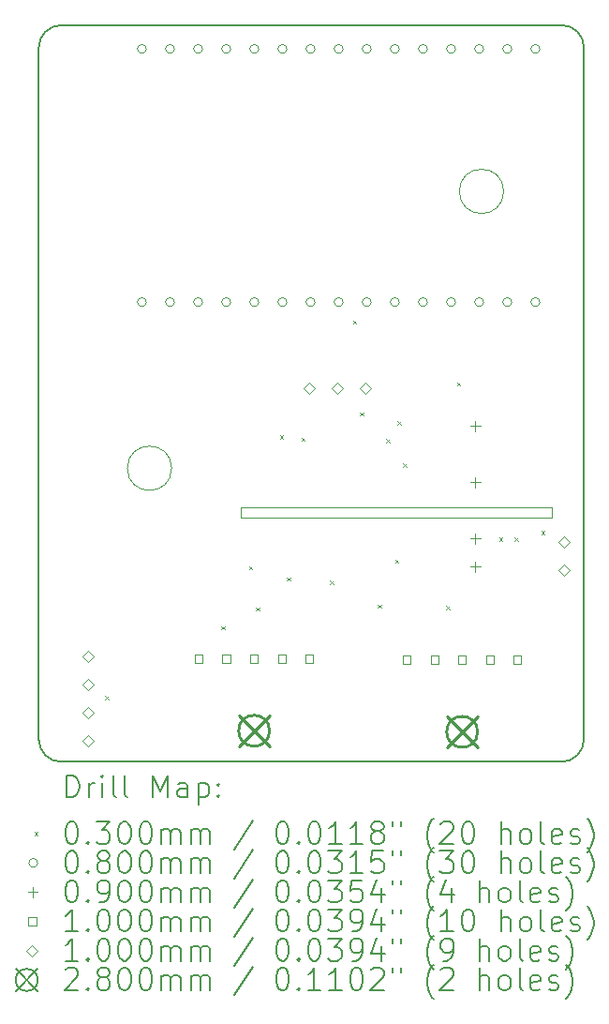
<source format=gbr>
%TF.GenerationSoftware,KiCad,Pcbnew,8.0.8*%
%TF.CreationDate,2025-06-05T09:36:49+02:00*%
%TF.ProjectId,heishamon-lr-pdc,68656973-6861-46d6-9f6e-2d6c722d7064,rev?*%
%TF.SameCoordinates,Original*%
%TF.FileFunction,Drillmap*%
%TF.FilePolarity,Positive*%
%FSLAX45Y45*%
G04 Gerber Fmt 4.5, Leading zero omitted, Abs format (unit mm)*
G04 Created by KiCad (PCBNEW 8.0.8) date 2025-06-05 09:36:49*
%MOMM*%
%LPD*%
G01*
G04 APERTURE LIST*
%ADD10C,0.200000*%
%ADD11C,0.050000*%
%ADD12C,0.100000*%
%ADD13C,0.280000*%
G04 APERTURE END LIST*
D10*
X1610000Y-1340000D02*
X6135000Y-1340000D01*
X6335000Y-7790000D02*
G75*
G02*
X6135000Y-7990000I-200000J0D01*
G01*
D11*
X2610000Y-5340000D02*
G75*
G02*
X2210000Y-5340000I-200000J0D01*
G01*
X2210000Y-5340000D02*
G75*
G02*
X2610000Y-5340000I200000J0D01*
G01*
D10*
X6335000Y-1540000D02*
X6335000Y-7790000D01*
X1410000Y-7790000D02*
X1410000Y-1540000D01*
D11*
X3235000Y-5690000D02*
X6045000Y-5690000D01*
X6045000Y-5790000D01*
X3235000Y-5790000D01*
X3235000Y-5690000D01*
D10*
X6135000Y-7990000D02*
X1610000Y-7990000D01*
X1410000Y-1540000D02*
G75*
G02*
X1610000Y-1340000I200000J0D01*
G01*
D11*
X5610000Y-2840000D02*
G75*
G02*
X5210000Y-2840000I-200000J0D01*
G01*
X5210000Y-2840000D02*
G75*
G02*
X5610000Y-2840000I200000J0D01*
G01*
D10*
X1610000Y-7990000D02*
G75*
G02*
X1410000Y-7790000I0J200000D01*
G01*
X6135000Y-1340000D02*
G75*
G02*
X6335000Y-1540000I0J-200000D01*
G01*
D12*
X2010000Y-7395000D02*
X2040000Y-7425000D01*
X2040000Y-7395000D02*
X2010000Y-7425000D01*
X3060000Y-6765000D02*
X3090000Y-6795000D01*
X3090000Y-6765000D02*
X3060000Y-6795000D01*
X3310000Y-6225000D02*
X3340000Y-6255000D01*
X3340000Y-6225000D02*
X3310000Y-6255000D01*
X3370000Y-6595000D02*
X3400000Y-6625000D01*
X3400000Y-6595000D02*
X3370000Y-6625000D01*
X3590000Y-5045000D02*
X3620000Y-5075000D01*
X3620000Y-5045000D02*
X3590000Y-5075000D01*
X3650000Y-6325000D02*
X3680000Y-6355000D01*
X3680000Y-6325000D02*
X3650000Y-6355000D01*
X3782500Y-5062500D02*
X3812500Y-5092500D01*
X3812500Y-5062500D02*
X3782500Y-5092500D01*
X4040000Y-6355000D02*
X4070000Y-6385000D01*
X4070000Y-6355000D02*
X4040000Y-6385000D01*
X4250000Y-4005000D02*
X4280000Y-4035000D01*
X4280000Y-4005000D02*
X4250000Y-4035000D01*
X4310000Y-4835000D02*
X4340000Y-4865000D01*
X4340000Y-4835000D02*
X4310000Y-4865000D01*
X4475000Y-6570000D02*
X4505000Y-6600000D01*
X4505000Y-6570000D02*
X4475000Y-6600000D01*
X4550000Y-5075000D02*
X4580000Y-5105000D01*
X4580000Y-5075000D02*
X4550000Y-5105000D01*
X4630000Y-6165000D02*
X4660000Y-6195000D01*
X4660000Y-6165000D02*
X4630000Y-6195000D01*
X4650000Y-4915000D02*
X4680000Y-4945000D01*
X4680000Y-4915000D02*
X4650000Y-4945000D01*
X4700000Y-5295000D02*
X4730000Y-5325000D01*
X4730000Y-5295000D02*
X4700000Y-5325000D01*
X5090000Y-6585000D02*
X5120000Y-6615000D01*
X5120000Y-6585000D02*
X5090000Y-6615000D01*
X5190000Y-4565000D02*
X5220000Y-4595000D01*
X5220000Y-4565000D02*
X5190000Y-4595000D01*
X5570000Y-5965000D02*
X5600000Y-5995000D01*
X5600000Y-5965000D02*
X5570000Y-5995000D01*
X5710000Y-5965000D02*
X5740000Y-5995000D01*
X5740000Y-5965000D02*
X5710000Y-5995000D01*
X5950000Y-5905000D02*
X5980000Y-5935000D01*
X5980000Y-5905000D02*
X5950000Y-5935000D01*
X2381000Y-1554000D02*
G75*
G02*
X2301000Y-1554000I-40000J0D01*
G01*
X2301000Y-1554000D02*
G75*
G02*
X2381000Y-1554000I40000J0D01*
G01*
X2381000Y-3840000D02*
G75*
G02*
X2301000Y-3840000I-40000J0D01*
G01*
X2301000Y-3840000D02*
G75*
G02*
X2381000Y-3840000I40000J0D01*
G01*
X2635000Y-1554000D02*
G75*
G02*
X2555000Y-1554000I-40000J0D01*
G01*
X2555000Y-1554000D02*
G75*
G02*
X2635000Y-1554000I40000J0D01*
G01*
X2635000Y-3840000D02*
G75*
G02*
X2555000Y-3840000I-40000J0D01*
G01*
X2555000Y-3840000D02*
G75*
G02*
X2635000Y-3840000I40000J0D01*
G01*
X2889000Y-1554000D02*
G75*
G02*
X2809000Y-1554000I-40000J0D01*
G01*
X2809000Y-1554000D02*
G75*
G02*
X2889000Y-1554000I40000J0D01*
G01*
X2889000Y-3840000D02*
G75*
G02*
X2809000Y-3840000I-40000J0D01*
G01*
X2809000Y-3840000D02*
G75*
G02*
X2889000Y-3840000I40000J0D01*
G01*
X3143000Y-1554000D02*
G75*
G02*
X3063000Y-1554000I-40000J0D01*
G01*
X3063000Y-1554000D02*
G75*
G02*
X3143000Y-1554000I40000J0D01*
G01*
X3143000Y-3840000D02*
G75*
G02*
X3063000Y-3840000I-40000J0D01*
G01*
X3063000Y-3840000D02*
G75*
G02*
X3143000Y-3840000I40000J0D01*
G01*
X3397000Y-1554000D02*
G75*
G02*
X3317000Y-1554000I-40000J0D01*
G01*
X3317000Y-1554000D02*
G75*
G02*
X3397000Y-1554000I40000J0D01*
G01*
X3397000Y-3840000D02*
G75*
G02*
X3317000Y-3840000I-40000J0D01*
G01*
X3317000Y-3840000D02*
G75*
G02*
X3397000Y-3840000I40000J0D01*
G01*
X3651000Y-1554000D02*
G75*
G02*
X3571000Y-1554000I-40000J0D01*
G01*
X3571000Y-1554000D02*
G75*
G02*
X3651000Y-1554000I40000J0D01*
G01*
X3651000Y-3840000D02*
G75*
G02*
X3571000Y-3840000I-40000J0D01*
G01*
X3571000Y-3840000D02*
G75*
G02*
X3651000Y-3840000I40000J0D01*
G01*
X3905000Y-1554000D02*
G75*
G02*
X3825000Y-1554000I-40000J0D01*
G01*
X3825000Y-1554000D02*
G75*
G02*
X3905000Y-1554000I40000J0D01*
G01*
X3905000Y-3840000D02*
G75*
G02*
X3825000Y-3840000I-40000J0D01*
G01*
X3825000Y-3840000D02*
G75*
G02*
X3905000Y-3840000I40000J0D01*
G01*
X4159000Y-1554000D02*
G75*
G02*
X4079000Y-1554000I-40000J0D01*
G01*
X4079000Y-1554000D02*
G75*
G02*
X4159000Y-1554000I40000J0D01*
G01*
X4159000Y-3840000D02*
G75*
G02*
X4079000Y-3840000I-40000J0D01*
G01*
X4079000Y-3840000D02*
G75*
G02*
X4159000Y-3840000I40000J0D01*
G01*
X4413000Y-1554000D02*
G75*
G02*
X4333000Y-1554000I-40000J0D01*
G01*
X4333000Y-1554000D02*
G75*
G02*
X4413000Y-1554000I40000J0D01*
G01*
X4413000Y-3840000D02*
G75*
G02*
X4333000Y-3840000I-40000J0D01*
G01*
X4333000Y-3840000D02*
G75*
G02*
X4413000Y-3840000I40000J0D01*
G01*
X4667000Y-1554000D02*
G75*
G02*
X4587000Y-1554000I-40000J0D01*
G01*
X4587000Y-1554000D02*
G75*
G02*
X4667000Y-1554000I40000J0D01*
G01*
X4667000Y-3840000D02*
G75*
G02*
X4587000Y-3840000I-40000J0D01*
G01*
X4587000Y-3840000D02*
G75*
G02*
X4667000Y-3840000I40000J0D01*
G01*
X4921000Y-1554000D02*
G75*
G02*
X4841000Y-1554000I-40000J0D01*
G01*
X4841000Y-1554000D02*
G75*
G02*
X4921000Y-1554000I40000J0D01*
G01*
X4921000Y-3840000D02*
G75*
G02*
X4841000Y-3840000I-40000J0D01*
G01*
X4841000Y-3840000D02*
G75*
G02*
X4921000Y-3840000I40000J0D01*
G01*
X5175000Y-1554000D02*
G75*
G02*
X5095000Y-1554000I-40000J0D01*
G01*
X5095000Y-1554000D02*
G75*
G02*
X5175000Y-1554000I40000J0D01*
G01*
X5175000Y-3840000D02*
G75*
G02*
X5095000Y-3840000I-40000J0D01*
G01*
X5095000Y-3840000D02*
G75*
G02*
X5175000Y-3840000I40000J0D01*
G01*
X5429000Y-1554000D02*
G75*
G02*
X5349000Y-1554000I-40000J0D01*
G01*
X5349000Y-1554000D02*
G75*
G02*
X5429000Y-1554000I40000J0D01*
G01*
X5429000Y-3840000D02*
G75*
G02*
X5349000Y-3840000I-40000J0D01*
G01*
X5349000Y-3840000D02*
G75*
G02*
X5429000Y-3840000I40000J0D01*
G01*
X5683000Y-1554000D02*
G75*
G02*
X5603000Y-1554000I-40000J0D01*
G01*
X5603000Y-1554000D02*
G75*
G02*
X5683000Y-1554000I40000J0D01*
G01*
X5683000Y-3840000D02*
G75*
G02*
X5603000Y-3840000I-40000J0D01*
G01*
X5603000Y-3840000D02*
G75*
G02*
X5683000Y-3840000I40000J0D01*
G01*
X5937000Y-1554000D02*
G75*
G02*
X5857000Y-1554000I-40000J0D01*
G01*
X5857000Y-1554000D02*
G75*
G02*
X5937000Y-1554000I40000J0D01*
G01*
X5937000Y-3840000D02*
G75*
G02*
X5857000Y-3840000I-40000J0D01*
G01*
X5857000Y-3840000D02*
G75*
G02*
X5937000Y-3840000I40000J0D01*
G01*
X5355000Y-4914999D02*
X5355000Y-5005001D01*
X5309999Y-4960000D02*
X5400001Y-4960000D01*
X5355000Y-5422999D02*
X5355000Y-5513001D01*
X5309999Y-5468000D02*
X5400001Y-5468000D01*
X5355000Y-5930999D02*
X5355000Y-6021001D01*
X5309999Y-5976000D02*
X5400001Y-5976000D01*
X5355000Y-6184999D02*
X5355000Y-6275001D01*
X5309999Y-6230000D02*
X5400001Y-6230000D01*
X2890356Y-7095356D02*
X2890356Y-7024644D01*
X2819644Y-7024644D01*
X2819644Y-7095356D01*
X2890356Y-7095356D01*
X3140356Y-7095356D02*
X3140356Y-7024644D01*
X3069644Y-7024644D01*
X3069644Y-7095356D01*
X3140356Y-7095356D01*
X3390356Y-7095356D02*
X3390356Y-7024644D01*
X3319644Y-7024644D01*
X3319644Y-7095356D01*
X3390356Y-7095356D01*
X3640356Y-7095356D02*
X3640356Y-7024644D01*
X3569644Y-7024644D01*
X3569644Y-7095356D01*
X3640356Y-7095356D01*
X3890356Y-7095356D02*
X3890356Y-7024644D01*
X3819644Y-7024644D01*
X3819644Y-7095356D01*
X3890356Y-7095356D01*
X4770356Y-7105356D02*
X4770356Y-7034644D01*
X4699644Y-7034644D01*
X4699644Y-7105356D01*
X4770356Y-7105356D01*
X5020356Y-7105356D02*
X5020356Y-7034644D01*
X4949644Y-7034644D01*
X4949644Y-7105356D01*
X5020356Y-7105356D01*
X5270356Y-7105356D02*
X5270356Y-7034644D01*
X5199644Y-7034644D01*
X5199644Y-7105356D01*
X5270356Y-7105356D01*
X5520356Y-7105356D02*
X5520356Y-7034644D01*
X5449644Y-7034644D01*
X5449644Y-7105356D01*
X5520356Y-7105356D01*
X5770356Y-7105356D02*
X5770356Y-7034644D01*
X5699644Y-7034644D01*
X5699644Y-7105356D01*
X5770356Y-7105356D01*
X1855000Y-7088000D02*
X1905000Y-7038000D01*
X1855000Y-6988000D01*
X1805000Y-7038000D01*
X1855000Y-7088000D01*
X1855000Y-7342000D02*
X1905000Y-7292000D01*
X1855000Y-7242000D01*
X1805000Y-7292000D01*
X1855000Y-7342000D01*
X1855000Y-7596000D02*
X1905000Y-7546000D01*
X1855000Y-7496000D01*
X1805000Y-7546000D01*
X1855000Y-7596000D01*
X1855000Y-7850000D02*
X1905000Y-7800000D01*
X1855000Y-7750000D01*
X1805000Y-7800000D01*
X1855000Y-7850000D01*
X3856000Y-4665000D02*
X3906000Y-4615000D01*
X3856000Y-4565000D01*
X3806000Y-4615000D01*
X3856000Y-4665000D01*
X4110000Y-4665000D02*
X4160000Y-4615000D01*
X4110000Y-4565000D01*
X4060000Y-4615000D01*
X4110000Y-4665000D01*
X4364000Y-4665000D02*
X4414000Y-4615000D01*
X4364000Y-4565000D01*
X4314000Y-4615000D01*
X4364000Y-4665000D01*
X6155000Y-6056000D02*
X6205000Y-6006000D01*
X6155000Y-5956000D01*
X6105000Y-6006000D01*
X6155000Y-6056000D01*
X6155000Y-6310000D02*
X6205000Y-6260000D01*
X6155000Y-6210000D01*
X6105000Y-6260000D01*
X6155000Y-6310000D01*
D13*
X3215000Y-7570000D02*
X3495000Y-7850000D01*
X3495000Y-7570000D02*
X3215000Y-7850000D01*
X3495000Y-7710000D02*
G75*
G02*
X3215000Y-7710000I-140000J0D01*
G01*
X3215000Y-7710000D02*
G75*
G02*
X3495000Y-7710000I140000J0D01*
G01*
X5095000Y-7580000D02*
X5375000Y-7860000D01*
X5375000Y-7580000D02*
X5095000Y-7860000D01*
X5375000Y-7720000D02*
G75*
G02*
X5095000Y-7720000I-140000J0D01*
G01*
X5095000Y-7720000D02*
G75*
G02*
X5375000Y-7720000I140000J0D01*
G01*
D10*
X1660777Y-8311484D02*
X1660777Y-8111484D01*
X1660777Y-8111484D02*
X1708396Y-8111484D01*
X1708396Y-8111484D02*
X1736967Y-8121008D01*
X1736967Y-8121008D02*
X1756015Y-8140055D01*
X1756015Y-8140055D02*
X1765539Y-8159103D01*
X1765539Y-8159103D02*
X1775062Y-8197198D01*
X1775062Y-8197198D02*
X1775062Y-8225769D01*
X1775062Y-8225769D02*
X1765539Y-8263865D01*
X1765539Y-8263865D02*
X1756015Y-8282912D01*
X1756015Y-8282912D02*
X1736967Y-8301960D01*
X1736967Y-8301960D02*
X1708396Y-8311484D01*
X1708396Y-8311484D02*
X1660777Y-8311484D01*
X1860777Y-8311484D02*
X1860777Y-8178150D01*
X1860777Y-8216246D02*
X1870301Y-8197198D01*
X1870301Y-8197198D02*
X1879824Y-8187674D01*
X1879824Y-8187674D02*
X1898872Y-8178150D01*
X1898872Y-8178150D02*
X1917920Y-8178150D01*
X1984586Y-8311484D02*
X1984586Y-8178150D01*
X1984586Y-8111484D02*
X1975062Y-8121008D01*
X1975062Y-8121008D02*
X1984586Y-8130531D01*
X1984586Y-8130531D02*
X1994110Y-8121008D01*
X1994110Y-8121008D02*
X1984586Y-8111484D01*
X1984586Y-8111484D02*
X1984586Y-8130531D01*
X2108396Y-8311484D02*
X2089348Y-8301960D01*
X2089348Y-8301960D02*
X2079824Y-8282912D01*
X2079824Y-8282912D02*
X2079824Y-8111484D01*
X2213158Y-8311484D02*
X2194110Y-8301960D01*
X2194110Y-8301960D02*
X2184586Y-8282912D01*
X2184586Y-8282912D02*
X2184586Y-8111484D01*
X2441729Y-8311484D02*
X2441729Y-8111484D01*
X2441729Y-8111484D02*
X2508396Y-8254341D01*
X2508396Y-8254341D02*
X2575063Y-8111484D01*
X2575063Y-8111484D02*
X2575063Y-8311484D01*
X2756015Y-8311484D02*
X2756015Y-8206722D01*
X2756015Y-8206722D02*
X2746491Y-8187674D01*
X2746491Y-8187674D02*
X2727444Y-8178150D01*
X2727444Y-8178150D02*
X2689348Y-8178150D01*
X2689348Y-8178150D02*
X2670301Y-8187674D01*
X2756015Y-8301960D02*
X2736967Y-8311484D01*
X2736967Y-8311484D02*
X2689348Y-8311484D01*
X2689348Y-8311484D02*
X2670301Y-8301960D01*
X2670301Y-8301960D02*
X2660777Y-8282912D01*
X2660777Y-8282912D02*
X2660777Y-8263865D01*
X2660777Y-8263865D02*
X2670301Y-8244817D01*
X2670301Y-8244817D02*
X2689348Y-8235293D01*
X2689348Y-8235293D02*
X2736967Y-8235293D01*
X2736967Y-8235293D02*
X2756015Y-8225769D01*
X2851253Y-8178150D02*
X2851253Y-8378150D01*
X2851253Y-8187674D02*
X2870301Y-8178150D01*
X2870301Y-8178150D02*
X2908396Y-8178150D01*
X2908396Y-8178150D02*
X2927443Y-8187674D01*
X2927443Y-8187674D02*
X2936967Y-8197198D01*
X2936967Y-8197198D02*
X2946491Y-8216246D01*
X2946491Y-8216246D02*
X2946491Y-8273388D01*
X2946491Y-8273388D02*
X2936967Y-8292436D01*
X2936967Y-8292436D02*
X2927443Y-8301960D01*
X2927443Y-8301960D02*
X2908396Y-8311484D01*
X2908396Y-8311484D02*
X2870301Y-8311484D01*
X2870301Y-8311484D02*
X2851253Y-8301960D01*
X3032205Y-8292436D02*
X3041729Y-8301960D01*
X3041729Y-8301960D02*
X3032205Y-8311484D01*
X3032205Y-8311484D02*
X3022682Y-8301960D01*
X3022682Y-8301960D02*
X3032205Y-8292436D01*
X3032205Y-8292436D02*
X3032205Y-8311484D01*
X3032205Y-8187674D02*
X3041729Y-8197198D01*
X3041729Y-8197198D02*
X3032205Y-8206722D01*
X3032205Y-8206722D02*
X3022682Y-8197198D01*
X3022682Y-8197198D02*
X3032205Y-8187674D01*
X3032205Y-8187674D02*
X3032205Y-8206722D01*
D12*
X1370000Y-8625000D02*
X1400000Y-8655000D01*
X1400000Y-8625000D02*
X1370000Y-8655000D01*
D10*
X1698872Y-8531484D02*
X1717920Y-8531484D01*
X1717920Y-8531484D02*
X1736967Y-8541008D01*
X1736967Y-8541008D02*
X1746491Y-8550531D01*
X1746491Y-8550531D02*
X1756015Y-8569579D01*
X1756015Y-8569579D02*
X1765539Y-8607674D01*
X1765539Y-8607674D02*
X1765539Y-8655293D01*
X1765539Y-8655293D02*
X1756015Y-8693389D01*
X1756015Y-8693389D02*
X1746491Y-8712436D01*
X1746491Y-8712436D02*
X1736967Y-8721960D01*
X1736967Y-8721960D02*
X1717920Y-8731484D01*
X1717920Y-8731484D02*
X1698872Y-8731484D01*
X1698872Y-8731484D02*
X1679824Y-8721960D01*
X1679824Y-8721960D02*
X1670301Y-8712436D01*
X1670301Y-8712436D02*
X1660777Y-8693389D01*
X1660777Y-8693389D02*
X1651253Y-8655293D01*
X1651253Y-8655293D02*
X1651253Y-8607674D01*
X1651253Y-8607674D02*
X1660777Y-8569579D01*
X1660777Y-8569579D02*
X1670301Y-8550531D01*
X1670301Y-8550531D02*
X1679824Y-8541008D01*
X1679824Y-8541008D02*
X1698872Y-8531484D01*
X1851253Y-8712436D02*
X1860777Y-8721960D01*
X1860777Y-8721960D02*
X1851253Y-8731484D01*
X1851253Y-8731484D02*
X1841729Y-8721960D01*
X1841729Y-8721960D02*
X1851253Y-8712436D01*
X1851253Y-8712436D02*
X1851253Y-8731484D01*
X1927443Y-8531484D02*
X2051253Y-8531484D01*
X2051253Y-8531484D02*
X1984586Y-8607674D01*
X1984586Y-8607674D02*
X2013158Y-8607674D01*
X2013158Y-8607674D02*
X2032205Y-8617198D01*
X2032205Y-8617198D02*
X2041729Y-8626722D01*
X2041729Y-8626722D02*
X2051253Y-8645770D01*
X2051253Y-8645770D02*
X2051253Y-8693389D01*
X2051253Y-8693389D02*
X2041729Y-8712436D01*
X2041729Y-8712436D02*
X2032205Y-8721960D01*
X2032205Y-8721960D02*
X2013158Y-8731484D01*
X2013158Y-8731484D02*
X1956015Y-8731484D01*
X1956015Y-8731484D02*
X1936967Y-8721960D01*
X1936967Y-8721960D02*
X1927443Y-8712436D01*
X2175063Y-8531484D02*
X2194110Y-8531484D01*
X2194110Y-8531484D02*
X2213158Y-8541008D01*
X2213158Y-8541008D02*
X2222682Y-8550531D01*
X2222682Y-8550531D02*
X2232205Y-8569579D01*
X2232205Y-8569579D02*
X2241729Y-8607674D01*
X2241729Y-8607674D02*
X2241729Y-8655293D01*
X2241729Y-8655293D02*
X2232205Y-8693389D01*
X2232205Y-8693389D02*
X2222682Y-8712436D01*
X2222682Y-8712436D02*
X2213158Y-8721960D01*
X2213158Y-8721960D02*
X2194110Y-8731484D01*
X2194110Y-8731484D02*
X2175063Y-8731484D01*
X2175063Y-8731484D02*
X2156015Y-8721960D01*
X2156015Y-8721960D02*
X2146491Y-8712436D01*
X2146491Y-8712436D02*
X2136967Y-8693389D01*
X2136967Y-8693389D02*
X2127444Y-8655293D01*
X2127444Y-8655293D02*
X2127444Y-8607674D01*
X2127444Y-8607674D02*
X2136967Y-8569579D01*
X2136967Y-8569579D02*
X2146491Y-8550531D01*
X2146491Y-8550531D02*
X2156015Y-8541008D01*
X2156015Y-8541008D02*
X2175063Y-8531484D01*
X2365539Y-8531484D02*
X2384586Y-8531484D01*
X2384586Y-8531484D02*
X2403634Y-8541008D01*
X2403634Y-8541008D02*
X2413158Y-8550531D01*
X2413158Y-8550531D02*
X2422682Y-8569579D01*
X2422682Y-8569579D02*
X2432205Y-8607674D01*
X2432205Y-8607674D02*
X2432205Y-8655293D01*
X2432205Y-8655293D02*
X2422682Y-8693389D01*
X2422682Y-8693389D02*
X2413158Y-8712436D01*
X2413158Y-8712436D02*
X2403634Y-8721960D01*
X2403634Y-8721960D02*
X2384586Y-8731484D01*
X2384586Y-8731484D02*
X2365539Y-8731484D01*
X2365539Y-8731484D02*
X2346491Y-8721960D01*
X2346491Y-8721960D02*
X2336967Y-8712436D01*
X2336967Y-8712436D02*
X2327444Y-8693389D01*
X2327444Y-8693389D02*
X2317920Y-8655293D01*
X2317920Y-8655293D02*
X2317920Y-8607674D01*
X2317920Y-8607674D02*
X2327444Y-8569579D01*
X2327444Y-8569579D02*
X2336967Y-8550531D01*
X2336967Y-8550531D02*
X2346491Y-8541008D01*
X2346491Y-8541008D02*
X2365539Y-8531484D01*
X2517920Y-8731484D02*
X2517920Y-8598150D01*
X2517920Y-8617198D02*
X2527444Y-8607674D01*
X2527444Y-8607674D02*
X2546491Y-8598150D01*
X2546491Y-8598150D02*
X2575063Y-8598150D01*
X2575063Y-8598150D02*
X2594110Y-8607674D01*
X2594110Y-8607674D02*
X2603634Y-8626722D01*
X2603634Y-8626722D02*
X2603634Y-8731484D01*
X2603634Y-8626722D02*
X2613158Y-8607674D01*
X2613158Y-8607674D02*
X2632205Y-8598150D01*
X2632205Y-8598150D02*
X2660777Y-8598150D01*
X2660777Y-8598150D02*
X2679825Y-8607674D01*
X2679825Y-8607674D02*
X2689348Y-8626722D01*
X2689348Y-8626722D02*
X2689348Y-8731484D01*
X2784586Y-8731484D02*
X2784586Y-8598150D01*
X2784586Y-8617198D02*
X2794110Y-8607674D01*
X2794110Y-8607674D02*
X2813158Y-8598150D01*
X2813158Y-8598150D02*
X2841729Y-8598150D01*
X2841729Y-8598150D02*
X2860777Y-8607674D01*
X2860777Y-8607674D02*
X2870301Y-8626722D01*
X2870301Y-8626722D02*
X2870301Y-8731484D01*
X2870301Y-8626722D02*
X2879824Y-8607674D01*
X2879824Y-8607674D02*
X2898872Y-8598150D01*
X2898872Y-8598150D02*
X2927443Y-8598150D01*
X2927443Y-8598150D02*
X2946491Y-8607674D01*
X2946491Y-8607674D02*
X2956015Y-8626722D01*
X2956015Y-8626722D02*
X2956015Y-8731484D01*
X3346491Y-8521960D02*
X3175063Y-8779103D01*
X3603634Y-8531484D02*
X3622682Y-8531484D01*
X3622682Y-8531484D02*
X3641729Y-8541008D01*
X3641729Y-8541008D02*
X3651253Y-8550531D01*
X3651253Y-8550531D02*
X3660777Y-8569579D01*
X3660777Y-8569579D02*
X3670301Y-8607674D01*
X3670301Y-8607674D02*
X3670301Y-8655293D01*
X3670301Y-8655293D02*
X3660777Y-8693389D01*
X3660777Y-8693389D02*
X3651253Y-8712436D01*
X3651253Y-8712436D02*
X3641729Y-8721960D01*
X3641729Y-8721960D02*
X3622682Y-8731484D01*
X3622682Y-8731484D02*
X3603634Y-8731484D01*
X3603634Y-8731484D02*
X3584586Y-8721960D01*
X3584586Y-8721960D02*
X3575063Y-8712436D01*
X3575063Y-8712436D02*
X3565539Y-8693389D01*
X3565539Y-8693389D02*
X3556015Y-8655293D01*
X3556015Y-8655293D02*
X3556015Y-8607674D01*
X3556015Y-8607674D02*
X3565539Y-8569579D01*
X3565539Y-8569579D02*
X3575063Y-8550531D01*
X3575063Y-8550531D02*
X3584586Y-8541008D01*
X3584586Y-8541008D02*
X3603634Y-8531484D01*
X3756015Y-8712436D02*
X3765539Y-8721960D01*
X3765539Y-8721960D02*
X3756015Y-8731484D01*
X3756015Y-8731484D02*
X3746491Y-8721960D01*
X3746491Y-8721960D02*
X3756015Y-8712436D01*
X3756015Y-8712436D02*
X3756015Y-8731484D01*
X3889348Y-8531484D02*
X3908396Y-8531484D01*
X3908396Y-8531484D02*
X3927444Y-8541008D01*
X3927444Y-8541008D02*
X3936967Y-8550531D01*
X3936967Y-8550531D02*
X3946491Y-8569579D01*
X3946491Y-8569579D02*
X3956015Y-8607674D01*
X3956015Y-8607674D02*
X3956015Y-8655293D01*
X3956015Y-8655293D02*
X3946491Y-8693389D01*
X3946491Y-8693389D02*
X3936967Y-8712436D01*
X3936967Y-8712436D02*
X3927444Y-8721960D01*
X3927444Y-8721960D02*
X3908396Y-8731484D01*
X3908396Y-8731484D02*
X3889348Y-8731484D01*
X3889348Y-8731484D02*
X3870301Y-8721960D01*
X3870301Y-8721960D02*
X3860777Y-8712436D01*
X3860777Y-8712436D02*
X3851253Y-8693389D01*
X3851253Y-8693389D02*
X3841729Y-8655293D01*
X3841729Y-8655293D02*
X3841729Y-8607674D01*
X3841729Y-8607674D02*
X3851253Y-8569579D01*
X3851253Y-8569579D02*
X3860777Y-8550531D01*
X3860777Y-8550531D02*
X3870301Y-8541008D01*
X3870301Y-8541008D02*
X3889348Y-8531484D01*
X4146491Y-8731484D02*
X4032206Y-8731484D01*
X4089348Y-8731484D02*
X4089348Y-8531484D01*
X4089348Y-8531484D02*
X4070301Y-8560055D01*
X4070301Y-8560055D02*
X4051253Y-8579103D01*
X4051253Y-8579103D02*
X4032206Y-8588627D01*
X4336968Y-8731484D02*
X4222682Y-8731484D01*
X4279825Y-8731484D02*
X4279825Y-8531484D01*
X4279825Y-8531484D02*
X4260777Y-8560055D01*
X4260777Y-8560055D02*
X4241729Y-8579103D01*
X4241729Y-8579103D02*
X4222682Y-8588627D01*
X4451253Y-8617198D02*
X4432206Y-8607674D01*
X4432206Y-8607674D02*
X4422682Y-8598150D01*
X4422682Y-8598150D02*
X4413158Y-8579103D01*
X4413158Y-8579103D02*
X4413158Y-8569579D01*
X4413158Y-8569579D02*
X4422682Y-8550531D01*
X4422682Y-8550531D02*
X4432206Y-8541008D01*
X4432206Y-8541008D02*
X4451253Y-8531484D01*
X4451253Y-8531484D02*
X4489349Y-8531484D01*
X4489349Y-8531484D02*
X4508396Y-8541008D01*
X4508396Y-8541008D02*
X4517920Y-8550531D01*
X4517920Y-8550531D02*
X4527444Y-8569579D01*
X4527444Y-8569579D02*
X4527444Y-8579103D01*
X4527444Y-8579103D02*
X4517920Y-8598150D01*
X4517920Y-8598150D02*
X4508396Y-8607674D01*
X4508396Y-8607674D02*
X4489349Y-8617198D01*
X4489349Y-8617198D02*
X4451253Y-8617198D01*
X4451253Y-8617198D02*
X4432206Y-8626722D01*
X4432206Y-8626722D02*
X4422682Y-8636246D01*
X4422682Y-8636246D02*
X4413158Y-8655293D01*
X4413158Y-8655293D02*
X4413158Y-8693389D01*
X4413158Y-8693389D02*
X4422682Y-8712436D01*
X4422682Y-8712436D02*
X4432206Y-8721960D01*
X4432206Y-8721960D02*
X4451253Y-8731484D01*
X4451253Y-8731484D02*
X4489349Y-8731484D01*
X4489349Y-8731484D02*
X4508396Y-8721960D01*
X4508396Y-8721960D02*
X4517920Y-8712436D01*
X4517920Y-8712436D02*
X4527444Y-8693389D01*
X4527444Y-8693389D02*
X4527444Y-8655293D01*
X4527444Y-8655293D02*
X4517920Y-8636246D01*
X4517920Y-8636246D02*
X4508396Y-8626722D01*
X4508396Y-8626722D02*
X4489349Y-8617198D01*
X4603634Y-8531484D02*
X4603634Y-8569579D01*
X4679825Y-8531484D02*
X4679825Y-8569579D01*
X4975063Y-8807674D02*
X4965539Y-8798150D01*
X4965539Y-8798150D02*
X4946491Y-8769579D01*
X4946491Y-8769579D02*
X4936968Y-8750531D01*
X4936968Y-8750531D02*
X4927444Y-8721960D01*
X4927444Y-8721960D02*
X4917920Y-8674341D01*
X4917920Y-8674341D02*
X4917920Y-8636246D01*
X4917920Y-8636246D02*
X4927444Y-8588627D01*
X4927444Y-8588627D02*
X4936968Y-8560055D01*
X4936968Y-8560055D02*
X4946491Y-8541008D01*
X4946491Y-8541008D02*
X4965539Y-8512436D01*
X4965539Y-8512436D02*
X4975063Y-8502912D01*
X5041730Y-8550531D02*
X5051253Y-8541008D01*
X5051253Y-8541008D02*
X5070301Y-8531484D01*
X5070301Y-8531484D02*
X5117920Y-8531484D01*
X5117920Y-8531484D02*
X5136968Y-8541008D01*
X5136968Y-8541008D02*
X5146491Y-8550531D01*
X5146491Y-8550531D02*
X5156015Y-8569579D01*
X5156015Y-8569579D02*
X5156015Y-8588627D01*
X5156015Y-8588627D02*
X5146491Y-8617198D01*
X5146491Y-8617198D02*
X5032206Y-8731484D01*
X5032206Y-8731484D02*
X5156015Y-8731484D01*
X5279825Y-8531484D02*
X5298872Y-8531484D01*
X5298872Y-8531484D02*
X5317920Y-8541008D01*
X5317920Y-8541008D02*
X5327444Y-8550531D01*
X5327444Y-8550531D02*
X5336968Y-8569579D01*
X5336968Y-8569579D02*
X5346491Y-8607674D01*
X5346491Y-8607674D02*
X5346491Y-8655293D01*
X5346491Y-8655293D02*
X5336968Y-8693389D01*
X5336968Y-8693389D02*
X5327444Y-8712436D01*
X5327444Y-8712436D02*
X5317920Y-8721960D01*
X5317920Y-8721960D02*
X5298872Y-8731484D01*
X5298872Y-8731484D02*
X5279825Y-8731484D01*
X5279825Y-8731484D02*
X5260777Y-8721960D01*
X5260777Y-8721960D02*
X5251253Y-8712436D01*
X5251253Y-8712436D02*
X5241730Y-8693389D01*
X5241730Y-8693389D02*
X5232206Y-8655293D01*
X5232206Y-8655293D02*
X5232206Y-8607674D01*
X5232206Y-8607674D02*
X5241730Y-8569579D01*
X5241730Y-8569579D02*
X5251253Y-8550531D01*
X5251253Y-8550531D02*
X5260777Y-8541008D01*
X5260777Y-8541008D02*
X5279825Y-8531484D01*
X5584587Y-8731484D02*
X5584587Y-8531484D01*
X5670301Y-8731484D02*
X5670301Y-8626722D01*
X5670301Y-8626722D02*
X5660777Y-8607674D01*
X5660777Y-8607674D02*
X5641730Y-8598150D01*
X5641730Y-8598150D02*
X5613158Y-8598150D01*
X5613158Y-8598150D02*
X5594110Y-8607674D01*
X5594110Y-8607674D02*
X5584587Y-8617198D01*
X5794110Y-8731484D02*
X5775063Y-8721960D01*
X5775063Y-8721960D02*
X5765539Y-8712436D01*
X5765539Y-8712436D02*
X5756015Y-8693389D01*
X5756015Y-8693389D02*
X5756015Y-8636246D01*
X5756015Y-8636246D02*
X5765539Y-8617198D01*
X5765539Y-8617198D02*
X5775063Y-8607674D01*
X5775063Y-8607674D02*
X5794110Y-8598150D01*
X5794110Y-8598150D02*
X5822682Y-8598150D01*
X5822682Y-8598150D02*
X5841730Y-8607674D01*
X5841730Y-8607674D02*
X5851253Y-8617198D01*
X5851253Y-8617198D02*
X5860777Y-8636246D01*
X5860777Y-8636246D02*
X5860777Y-8693389D01*
X5860777Y-8693389D02*
X5851253Y-8712436D01*
X5851253Y-8712436D02*
X5841730Y-8721960D01*
X5841730Y-8721960D02*
X5822682Y-8731484D01*
X5822682Y-8731484D02*
X5794110Y-8731484D01*
X5975063Y-8731484D02*
X5956015Y-8721960D01*
X5956015Y-8721960D02*
X5946491Y-8702912D01*
X5946491Y-8702912D02*
X5946491Y-8531484D01*
X6127444Y-8721960D02*
X6108396Y-8731484D01*
X6108396Y-8731484D02*
X6070301Y-8731484D01*
X6070301Y-8731484D02*
X6051253Y-8721960D01*
X6051253Y-8721960D02*
X6041730Y-8702912D01*
X6041730Y-8702912D02*
X6041730Y-8626722D01*
X6041730Y-8626722D02*
X6051253Y-8607674D01*
X6051253Y-8607674D02*
X6070301Y-8598150D01*
X6070301Y-8598150D02*
X6108396Y-8598150D01*
X6108396Y-8598150D02*
X6127444Y-8607674D01*
X6127444Y-8607674D02*
X6136968Y-8626722D01*
X6136968Y-8626722D02*
X6136968Y-8645770D01*
X6136968Y-8645770D02*
X6041730Y-8664817D01*
X6213158Y-8721960D02*
X6232206Y-8731484D01*
X6232206Y-8731484D02*
X6270301Y-8731484D01*
X6270301Y-8731484D02*
X6289349Y-8721960D01*
X6289349Y-8721960D02*
X6298872Y-8702912D01*
X6298872Y-8702912D02*
X6298872Y-8693389D01*
X6298872Y-8693389D02*
X6289349Y-8674341D01*
X6289349Y-8674341D02*
X6270301Y-8664817D01*
X6270301Y-8664817D02*
X6241730Y-8664817D01*
X6241730Y-8664817D02*
X6222682Y-8655293D01*
X6222682Y-8655293D02*
X6213158Y-8636246D01*
X6213158Y-8636246D02*
X6213158Y-8626722D01*
X6213158Y-8626722D02*
X6222682Y-8607674D01*
X6222682Y-8607674D02*
X6241730Y-8598150D01*
X6241730Y-8598150D02*
X6270301Y-8598150D01*
X6270301Y-8598150D02*
X6289349Y-8607674D01*
X6365539Y-8807674D02*
X6375063Y-8798150D01*
X6375063Y-8798150D02*
X6394111Y-8769579D01*
X6394111Y-8769579D02*
X6403634Y-8750531D01*
X6403634Y-8750531D02*
X6413158Y-8721960D01*
X6413158Y-8721960D02*
X6422682Y-8674341D01*
X6422682Y-8674341D02*
X6422682Y-8636246D01*
X6422682Y-8636246D02*
X6413158Y-8588627D01*
X6413158Y-8588627D02*
X6403634Y-8560055D01*
X6403634Y-8560055D02*
X6394111Y-8541008D01*
X6394111Y-8541008D02*
X6375063Y-8512436D01*
X6375063Y-8512436D02*
X6365539Y-8502912D01*
D12*
X1400000Y-8904000D02*
G75*
G02*
X1320000Y-8904000I-40000J0D01*
G01*
X1320000Y-8904000D02*
G75*
G02*
X1400000Y-8904000I40000J0D01*
G01*
D10*
X1698872Y-8795484D02*
X1717920Y-8795484D01*
X1717920Y-8795484D02*
X1736967Y-8805008D01*
X1736967Y-8805008D02*
X1746491Y-8814531D01*
X1746491Y-8814531D02*
X1756015Y-8833579D01*
X1756015Y-8833579D02*
X1765539Y-8871674D01*
X1765539Y-8871674D02*
X1765539Y-8919293D01*
X1765539Y-8919293D02*
X1756015Y-8957389D01*
X1756015Y-8957389D02*
X1746491Y-8976436D01*
X1746491Y-8976436D02*
X1736967Y-8985960D01*
X1736967Y-8985960D02*
X1717920Y-8995484D01*
X1717920Y-8995484D02*
X1698872Y-8995484D01*
X1698872Y-8995484D02*
X1679824Y-8985960D01*
X1679824Y-8985960D02*
X1670301Y-8976436D01*
X1670301Y-8976436D02*
X1660777Y-8957389D01*
X1660777Y-8957389D02*
X1651253Y-8919293D01*
X1651253Y-8919293D02*
X1651253Y-8871674D01*
X1651253Y-8871674D02*
X1660777Y-8833579D01*
X1660777Y-8833579D02*
X1670301Y-8814531D01*
X1670301Y-8814531D02*
X1679824Y-8805008D01*
X1679824Y-8805008D02*
X1698872Y-8795484D01*
X1851253Y-8976436D02*
X1860777Y-8985960D01*
X1860777Y-8985960D02*
X1851253Y-8995484D01*
X1851253Y-8995484D02*
X1841729Y-8985960D01*
X1841729Y-8985960D02*
X1851253Y-8976436D01*
X1851253Y-8976436D02*
X1851253Y-8995484D01*
X1975062Y-8881198D02*
X1956015Y-8871674D01*
X1956015Y-8871674D02*
X1946491Y-8862150D01*
X1946491Y-8862150D02*
X1936967Y-8843103D01*
X1936967Y-8843103D02*
X1936967Y-8833579D01*
X1936967Y-8833579D02*
X1946491Y-8814531D01*
X1946491Y-8814531D02*
X1956015Y-8805008D01*
X1956015Y-8805008D02*
X1975062Y-8795484D01*
X1975062Y-8795484D02*
X2013158Y-8795484D01*
X2013158Y-8795484D02*
X2032205Y-8805008D01*
X2032205Y-8805008D02*
X2041729Y-8814531D01*
X2041729Y-8814531D02*
X2051253Y-8833579D01*
X2051253Y-8833579D02*
X2051253Y-8843103D01*
X2051253Y-8843103D02*
X2041729Y-8862150D01*
X2041729Y-8862150D02*
X2032205Y-8871674D01*
X2032205Y-8871674D02*
X2013158Y-8881198D01*
X2013158Y-8881198D02*
X1975062Y-8881198D01*
X1975062Y-8881198D02*
X1956015Y-8890722D01*
X1956015Y-8890722D02*
X1946491Y-8900246D01*
X1946491Y-8900246D02*
X1936967Y-8919293D01*
X1936967Y-8919293D02*
X1936967Y-8957389D01*
X1936967Y-8957389D02*
X1946491Y-8976436D01*
X1946491Y-8976436D02*
X1956015Y-8985960D01*
X1956015Y-8985960D02*
X1975062Y-8995484D01*
X1975062Y-8995484D02*
X2013158Y-8995484D01*
X2013158Y-8995484D02*
X2032205Y-8985960D01*
X2032205Y-8985960D02*
X2041729Y-8976436D01*
X2041729Y-8976436D02*
X2051253Y-8957389D01*
X2051253Y-8957389D02*
X2051253Y-8919293D01*
X2051253Y-8919293D02*
X2041729Y-8900246D01*
X2041729Y-8900246D02*
X2032205Y-8890722D01*
X2032205Y-8890722D02*
X2013158Y-8881198D01*
X2175063Y-8795484D02*
X2194110Y-8795484D01*
X2194110Y-8795484D02*
X2213158Y-8805008D01*
X2213158Y-8805008D02*
X2222682Y-8814531D01*
X2222682Y-8814531D02*
X2232205Y-8833579D01*
X2232205Y-8833579D02*
X2241729Y-8871674D01*
X2241729Y-8871674D02*
X2241729Y-8919293D01*
X2241729Y-8919293D02*
X2232205Y-8957389D01*
X2232205Y-8957389D02*
X2222682Y-8976436D01*
X2222682Y-8976436D02*
X2213158Y-8985960D01*
X2213158Y-8985960D02*
X2194110Y-8995484D01*
X2194110Y-8995484D02*
X2175063Y-8995484D01*
X2175063Y-8995484D02*
X2156015Y-8985960D01*
X2156015Y-8985960D02*
X2146491Y-8976436D01*
X2146491Y-8976436D02*
X2136967Y-8957389D01*
X2136967Y-8957389D02*
X2127444Y-8919293D01*
X2127444Y-8919293D02*
X2127444Y-8871674D01*
X2127444Y-8871674D02*
X2136967Y-8833579D01*
X2136967Y-8833579D02*
X2146491Y-8814531D01*
X2146491Y-8814531D02*
X2156015Y-8805008D01*
X2156015Y-8805008D02*
X2175063Y-8795484D01*
X2365539Y-8795484D02*
X2384586Y-8795484D01*
X2384586Y-8795484D02*
X2403634Y-8805008D01*
X2403634Y-8805008D02*
X2413158Y-8814531D01*
X2413158Y-8814531D02*
X2422682Y-8833579D01*
X2422682Y-8833579D02*
X2432205Y-8871674D01*
X2432205Y-8871674D02*
X2432205Y-8919293D01*
X2432205Y-8919293D02*
X2422682Y-8957389D01*
X2422682Y-8957389D02*
X2413158Y-8976436D01*
X2413158Y-8976436D02*
X2403634Y-8985960D01*
X2403634Y-8985960D02*
X2384586Y-8995484D01*
X2384586Y-8995484D02*
X2365539Y-8995484D01*
X2365539Y-8995484D02*
X2346491Y-8985960D01*
X2346491Y-8985960D02*
X2336967Y-8976436D01*
X2336967Y-8976436D02*
X2327444Y-8957389D01*
X2327444Y-8957389D02*
X2317920Y-8919293D01*
X2317920Y-8919293D02*
X2317920Y-8871674D01*
X2317920Y-8871674D02*
X2327444Y-8833579D01*
X2327444Y-8833579D02*
X2336967Y-8814531D01*
X2336967Y-8814531D02*
X2346491Y-8805008D01*
X2346491Y-8805008D02*
X2365539Y-8795484D01*
X2517920Y-8995484D02*
X2517920Y-8862150D01*
X2517920Y-8881198D02*
X2527444Y-8871674D01*
X2527444Y-8871674D02*
X2546491Y-8862150D01*
X2546491Y-8862150D02*
X2575063Y-8862150D01*
X2575063Y-8862150D02*
X2594110Y-8871674D01*
X2594110Y-8871674D02*
X2603634Y-8890722D01*
X2603634Y-8890722D02*
X2603634Y-8995484D01*
X2603634Y-8890722D02*
X2613158Y-8871674D01*
X2613158Y-8871674D02*
X2632205Y-8862150D01*
X2632205Y-8862150D02*
X2660777Y-8862150D01*
X2660777Y-8862150D02*
X2679825Y-8871674D01*
X2679825Y-8871674D02*
X2689348Y-8890722D01*
X2689348Y-8890722D02*
X2689348Y-8995484D01*
X2784586Y-8995484D02*
X2784586Y-8862150D01*
X2784586Y-8881198D02*
X2794110Y-8871674D01*
X2794110Y-8871674D02*
X2813158Y-8862150D01*
X2813158Y-8862150D02*
X2841729Y-8862150D01*
X2841729Y-8862150D02*
X2860777Y-8871674D01*
X2860777Y-8871674D02*
X2870301Y-8890722D01*
X2870301Y-8890722D02*
X2870301Y-8995484D01*
X2870301Y-8890722D02*
X2879824Y-8871674D01*
X2879824Y-8871674D02*
X2898872Y-8862150D01*
X2898872Y-8862150D02*
X2927443Y-8862150D01*
X2927443Y-8862150D02*
X2946491Y-8871674D01*
X2946491Y-8871674D02*
X2956015Y-8890722D01*
X2956015Y-8890722D02*
X2956015Y-8995484D01*
X3346491Y-8785960D02*
X3175063Y-9043103D01*
X3603634Y-8795484D02*
X3622682Y-8795484D01*
X3622682Y-8795484D02*
X3641729Y-8805008D01*
X3641729Y-8805008D02*
X3651253Y-8814531D01*
X3651253Y-8814531D02*
X3660777Y-8833579D01*
X3660777Y-8833579D02*
X3670301Y-8871674D01*
X3670301Y-8871674D02*
X3670301Y-8919293D01*
X3670301Y-8919293D02*
X3660777Y-8957389D01*
X3660777Y-8957389D02*
X3651253Y-8976436D01*
X3651253Y-8976436D02*
X3641729Y-8985960D01*
X3641729Y-8985960D02*
X3622682Y-8995484D01*
X3622682Y-8995484D02*
X3603634Y-8995484D01*
X3603634Y-8995484D02*
X3584586Y-8985960D01*
X3584586Y-8985960D02*
X3575063Y-8976436D01*
X3575063Y-8976436D02*
X3565539Y-8957389D01*
X3565539Y-8957389D02*
X3556015Y-8919293D01*
X3556015Y-8919293D02*
X3556015Y-8871674D01*
X3556015Y-8871674D02*
X3565539Y-8833579D01*
X3565539Y-8833579D02*
X3575063Y-8814531D01*
X3575063Y-8814531D02*
X3584586Y-8805008D01*
X3584586Y-8805008D02*
X3603634Y-8795484D01*
X3756015Y-8976436D02*
X3765539Y-8985960D01*
X3765539Y-8985960D02*
X3756015Y-8995484D01*
X3756015Y-8995484D02*
X3746491Y-8985960D01*
X3746491Y-8985960D02*
X3756015Y-8976436D01*
X3756015Y-8976436D02*
X3756015Y-8995484D01*
X3889348Y-8795484D02*
X3908396Y-8795484D01*
X3908396Y-8795484D02*
X3927444Y-8805008D01*
X3927444Y-8805008D02*
X3936967Y-8814531D01*
X3936967Y-8814531D02*
X3946491Y-8833579D01*
X3946491Y-8833579D02*
X3956015Y-8871674D01*
X3956015Y-8871674D02*
X3956015Y-8919293D01*
X3956015Y-8919293D02*
X3946491Y-8957389D01*
X3946491Y-8957389D02*
X3936967Y-8976436D01*
X3936967Y-8976436D02*
X3927444Y-8985960D01*
X3927444Y-8985960D02*
X3908396Y-8995484D01*
X3908396Y-8995484D02*
X3889348Y-8995484D01*
X3889348Y-8995484D02*
X3870301Y-8985960D01*
X3870301Y-8985960D02*
X3860777Y-8976436D01*
X3860777Y-8976436D02*
X3851253Y-8957389D01*
X3851253Y-8957389D02*
X3841729Y-8919293D01*
X3841729Y-8919293D02*
X3841729Y-8871674D01*
X3841729Y-8871674D02*
X3851253Y-8833579D01*
X3851253Y-8833579D02*
X3860777Y-8814531D01*
X3860777Y-8814531D02*
X3870301Y-8805008D01*
X3870301Y-8805008D02*
X3889348Y-8795484D01*
X4022682Y-8795484D02*
X4146491Y-8795484D01*
X4146491Y-8795484D02*
X4079825Y-8871674D01*
X4079825Y-8871674D02*
X4108396Y-8871674D01*
X4108396Y-8871674D02*
X4127444Y-8881198D01*
X4127444Y-8881198D02*
X4136967Y-8890722D01*
X4136967Y-8890722D02*
X4146491Y-8909770D01*
X4146491Y-8909770D02*
X4146491Y-8957389D01*
X4146491Y-8957389D02*
X4136967Y-8976436D01*
X4136967Y-8976436D02*
X4127444Y-8985960D01*
X4127444Y-8985960D02*
X4108396Y-8995484D01*
X4108396Y-8995484D02*
X4051253Y-8995484D01*
X4051253Y-8995484D02*
X4032206Y-8985960D01*
X4032206Y-8985960D02*
X4022682Y-8976436D01*
X4336968Y-8995484D02*
X4222682Y-8995484D01*
X4279825Y-8995484D02*
X4279825Y-8795484D01*
X4279825Y-8795484D02*
X4260777Y-8824055D01*
X4260777Y-8824055D02*
X4241729Y-8843103D01*
X4241729Y-8843103D02*
X4222682Y-8852627D01*
X4517920Y-8795484D02*
X4422682Y-8795484D01*
X4422682Y-8795484D02*
X4413158Y-8890722D01*
X4413158Y-8890722D02*
X4422682Y-8881198D01*
X4422682Y-8881198D02*
X4441729Y-8871674D01*
X4441729Y-8871674D02*
X4489349Y-8871674D01*
X4489349Y-8871674D02*
X4508396Y-8881198D01*
X4508396Y-8881198D02*
X4517920Y-8890722D01*
X4517920Y-8890722D02*
X4527444Y-8909770D01*
X4527444Y-8909770D02*
X4527444Y-8957389D01*
X4527444Y-8957389D02*
X4517920Y-8976436D01*
X4517920Y-8976436D02*
X4508396Y-8985960D01*
X4508396Y-8985960D02*
X4489349Y-8995484D01*
X4489349Y-8995484D02*
X4441729Y-8995484D01*
X4441729Y-8995484D02*
X4422682Y-8985960D01*
X4422682Y-8985960D02*
X4413158Y-8976436D01*
X4603634Y-8795484D02*
X4603634Y-8833579D01*
X4679825Y-8795484D02*
X4679825Y-8833579D01*
X4975063Y-9071674D02*
X4965539Y-9062150D01*
X4965539Y-9062150D02*
X4946491Y-9033579D01*
X4946491Y-9033579D02*
X4936968Y-9014531D01*
X4936968Y-9014531D02*
X4927444Y-8985960D01*
X4927444Y-8985960D02*
X4917920Y-8938341D01*
X4917920Y-8938341D02*
X4917920Y-8900246D01*
X4917920Y-8900246D02*
X4927444Y-8852627D01*
X4927444Y-8852627D02*
X4936968Y-8824055D01*
X4936968Y-8824055D02*
X4946491Y-8805008D01*
X4946491Y-8805008D02*
X4965539Y-8776436D01*
X4965539Y-8776436D02*
X4975063Y-8766912D01*
X5032206Y-8795484D02*
X5156015Y-8795484D01*
X5156015Y-8795484D02*
X5089349Y-8871674D01*
X5089349Y-8871674D02*
X5117920Y-8871674D01*
X5117920Y-8871674D02*
X5136968Y-8881198D01*
X5136968Y-8881198D02*
X5146491Y-8890722D01*
X5146491Y-8890722D02*
X5156015Y-8909770D01*
X5156015Y-8909770D02*
X5156015Y-8957389D01*
X5156015Y-8957389D02*
X5146491Y-8976436D01*
X5146491Y-8976436D02*
X5136968Y-8985960D01*
X5136968Y-8985960D02*
X5117920Y-8995484D01*
X5117920Y-8995484D02*
X5060777Y-8995484D01*
X5060777Y-8995484D02*
X5041730Y-8985960D01*
X5041730Y-8985960D02*
X5032206Y-8976436D01*
X5279825Y-8795484D02*
X5298872Y-8795484D01*
X5298872Y-8795484D02*
X5317920Y-8805008D01*
X5317920Y-8805008D02*
X5327444Y-8814531D01*
X5327444Y-8814531D02*
X5336968Y-8833579D01*
X5336968Y-8833579D02*
X5346491Y-8871674D01*
X5346491Y-8871674D02*
X5346491Y-8919293D01*
X5346491Y-8919293D02*
X5336968Y-8957389D01*
X5336968Y-8957389D02*
X5327444Y-8976436D01*
X5327444Y-8976436D02*
X5317920Y-8985960D01*
X5317920Y-8985960D02*
X5298872Y-8995484D01*
X5298872Y-8995484D02*
X5279825Y-8995484D01*
X5279825Y-8995484D02*
X5260777Y-8985960D01*
X5260777Y-8985960D02*
X5251253Y-8976436D01*
X5251253Y-8976436D02*
X5241730Y-8957389D01*
X5241730Y-8957389D02*
X5232206Y-8919293D01*
X5232206Y-8919293D02*
X5232206Y-8871674D01*
X5232206Y-8871674D02*
X5241730Y-8833579D01*
X5241730Y-8833579D02*
X5251253Y-8814531D01*
X5251253Y-8814531D02*
X5260777Y-8805008D01*
X5260777Y-8805008D02*
X5279825Y-8795484D01*
X5584587Y-8995484D02*
X5584587Y-8795484D01*
X5670301Y-8995484D02*
X5670301Y-8890722D01*
X5670301Y-8890722D02*
X5660777Y-8871674D01*
X5660777Y-8871674D02*
X5641730Y-8862150D01*
X5641730Y-8862150D02*
X5613158Y-8862150D01*
X5613158Y-8862150D02*
X5594110Y-8871674D01*
X5594110Y-8871674D02*
X5584587Y-8881198D01*
X5794110Y-8995484D02*
X5775063Y-8985960D01*
X5775063Y-8985960D02*
X5765539Y-8976436D01*
X5765539Y-8976436D02*
X5756015Y-8957389D01*
X5756015Y-8957389D02*
X5756015Y-8900246D01*
X5756015Y-8900246D02*
X5765539Y-8881198D01*
X5765539Y-8881198D02*
X5775063Y-8871674D01*
X5775063Y-8871674D02*
X5794110Y-8862150D01*
X5794110Y-8862150D02*
X5822682Y-8862150D01*
X5822682Y-8862150D02*
X5841730Y-8871674D01*
X5841730Y-8871674D02*
X5851253Y-8881198D01*
X5851253Y-8881198D02*
X5860777Y-8900246D01*
X5860777Y-8900246D02*
X5860777Y-8957389D01*
X5860777Y-8957389D02*
X5851253Y-8976436D01*
X5851253Y-8976436D02*
X5841730Y-8985960D01*
X5841730Y-8985960D02*
X5822682Y-8995484D01*
X5822682Y-8995484D02*
X5794110Y-8995484D01*
X5975063Y-8995484D02*
X5956015Y-8985960D01*
X5956015Y-8985960D02*
X5946491Y-8966912D01*
X5946491Y-8966912D02*
X5946491Y-8795484D01*
X6127444Y-8985960D02*
X6108396Y-8995484D01*
X6108396Y-8995484D02*
X6070301Y-8995484D01*
X6070301Y-8995484D02*
X6051253Y-8985960D01*
X6051253Y-8985960D02*
X6041730Y-8966912D01*
X6041730Y-8966912D02*
X6041730Y-8890722D01*
X6041730Y-8890722D02*
X6051253Y-8871674D01*
X6051253Y-8871674D02*
X6070301Y-8862150D01*
X6070301Y-8862150D02*
X6108396Y-8862150D01*
X6108396Y-8862150D02*
X6127444Y-8871674D01*
X6127444Y-8871674D02*
X6136968Y-8890722D01*
X6136968Y-8890722D02*
X6136968Y-8909770D01*
X6136968Y-8909770D02*
X6041730Y-8928817D01*
X6213158Y-8985960D02*
X6232206Y-8995484D01*
X6232206Y-8995484D02*
X6270301Y-8995484D01*
X6270301Y-8995484D02*
X6289349Y-8985960D01*
X6289349Y-8985960D02*
X6298872Y-8966912D01*
X6298872Y-8966912D02*
X6298872Y-8957389D01*
X6298872Y-8957389D02*
X6289349Y-8938341D01*
X6289349Y-8938341D02*
X6270301Y-8928817D01*
X6270301Y-8928817D02*
X6241730Y-8928817D01*
X6241730Y-8928817D02*
X6222682Y-8919293D01*
X6222682Y-8919293D02*
X6213158Y-8900246D01*
X6213158Y-8900246D02*
X6213158Y-8890722D01*
X6213158Y-8890722D02*
X6222682Y-8871674D01*
X6222682Y-8871674D02*
X6241730Y-8862150D01*
X6241730Y-8862150D02*
X6270301Y-8862150D01*
X6270301Y-8862150D02*
X6289349Y-8871674D01*
X6365539Y-9071674D02*
X6375063Y-9062150D01*
X6375063Y-9062150D02*
X6394111Y-9033579D01*
X6394111Y-9033579D02*
X6403634Y-9014531D01*
X6403634Y-9014531D02*
X6413158Y-8985960D01*
X6413158Y-8985960D02*
X6422682Y-8938341D01*
X6422682Y-8938341D02*
X6422682Y-8900246D01*
X6422682Y-8900246D02*
X6413158Y-8852627D01*
X6413158Y-8852627D02*
X6403634Y-8824055D01*
X6403634Y-8824055D02*
X6394111Y-8805008D01*
X6394111Y-8805008D02*
X6375063Y-8776436D01*
X6375063Y-8776436D02*
X6365539Y-8766912D01*
D12*
X1354999Y-9122999D02*
X1354999Y-9213001D01*
X1309998Y-9168000D02*
X1400000Y-9168000D01*
D10*
X1698872Y-9059484D02*
X1717920Y-9059484D01*
X1717920Y-9059484D02*
X1736967Y-9069008D01*
X1736967Y-9069008D02*
X1746491Y-9078531D01*
X1746491Y-9078531D02*
X1756015Y-9097579D01*
X1756015Y-9097579D02*
X1765539Y-9135674D01*
X1765539Y-9135674D02*
X1765539Y-9183293D01*
X1765539Y-9183293D02*
X1756015Y-9221389D01*
X1756015Y-9221389D02*
X1746491Y-9240436D01*
X1746491Y-9240436D02*
X1736967Y-9249960D01*
X1736967Y-9249960D02*
X1717920Y-9259484D01*
X1717920Y-9259484D02*
X1698872Y-9259484D01*
X1698872Y-9259484D02*
X1679824Y-9249960D01*
X1679824Y-9249960D02*
X1670301Y-9240436D01*
X1670301Y-9240436D02*
X1660777Y-9221389D01*
X1660777Y-9221389D02*
X1651253Y-9183293D01*
X1651253Y-9183293D02*
X1651253Y-9135674D01*
X1651253Y-9135674D02*
X1660777Y-9097579D01*
X1660777Y-9097579D02*
X1670301Y-9078531D01*
X1670301Y-9078531D02*
X1679824Y-9069008D01*
X1679824Y-9069008D02*
X1698872Y-9059484D01*
X1851253Y-9240436D02*
X1860777Y-9249960D01*
X1860777Y-9249960D02*
X1851253Y-9259484D01*
X1851253Y-9259484D02*
X1841729Y-9249960D01*
X1841729Y-9249960D02*
X1851253Y-9240436D01*
X1851253Y-9240436D02*
X1851253Y-9259484D01*
X1956015Y-9259484D02*
X1994110Y-9259484D01*
X1994110Y-9259484D02*
X2013158Y-9249960D01*
X2013158Y-9249960D02*
X2022682Y-9240436D01*
X2022682Y-9240436D02*
X2041729Y-9211865D01*
X2041729Y-9211865D02*
X2051253Y-9173770D01*
X2051253Y-9173770D02*
X2051253Y-9097579D01*
X2051253Y-9097579D02*
X2041729Y-9078531D01*
X2041729Y-9078531D02*
X2032205Y-9069008D01*
X2032205Y-9069008D02*
X2013158Y-9059484D01*
X2013158Y-9059484D02*
X1975062Y-9059484D01*
X1975062Y-9059484D02*
X1956015Y-9069008D01*
X1956015Y-9069008D02*
X1946491Y-9078531D01*
X1946491Y-9078531D02*
X1936967Y-9097579D01*
X1936967Y-9097579D02*
X1936967Y-9145198D01*
X1936967Y-9145198D02*
X1946491Y-9164246D01*
X1946491Y-9164246D02*
X1956015Y-9173770D01*
X1956015Y-9173770D02*
X1975062Y-9183293D01*
X1975062Y-9183293D02*
X2013158Y-9183293D01*
X2013158Y-9183293D02*
X2032205Y-9173770D01*
X2032205Y-9173770D02*
X2041729Y-9164246D01*
X2041729Y-9164246D02*
X2051253Y-9145198D01*
X2175063Y-9059484D02*
X2194110Y-9059484D01*
X2194110Y-9059484D02*
X2213158Y-9069008D01*
X2213158Y-9069008D02*
X2222682Y-9078531D01*
X2222682Y-9078531D02*
X2232205Y-9097579D01*
X2232205Y-9097579D02*
X2241729Y-9135674D01*
X2241729Y-9135674D02*
X2241729Y-9183293D01*
X2241729Y-9183293D02*
X2232205Y-9221389D01*
X2232205Y-9221389D02*
X2222682Y-9240436D01*
X2222682Y-9240436D02*
X2213158Y-9249960D01*
X2213158Y-9249960D02*
X2194110Y-9259484D01*
X2194110Y-9259484D02*
X2175063Y-9259484D01*
X2175063Y-9259484D02*
X2156015Y-9249960D01*
X2156015Y-9249960D02*
X2146491Y-9240436D01*
X2146491Y-9240436D02*
X2136967Y-9221389D01*
X2136967Y-9221389D02*
X2127444Y-9183293D01*
X2127444Y-9183293D02*
X2127444Y-9135674D01*
X2127444Y-9135674D02*
X2136967Y-9097579D01*
X2136967Y-9097579D02*
X2146491Y-9078531D01*
X2146491Y-9078531D02*
X2156015Y-9069008D01*
X2156015Y-9069008D02*
X2175063Y-9059484D01*
X2365539Y-9059484D02*
X2384586Y-9059484D01*
X2384586Y-9059484D02*
X2403634Y-9069008D01*
X2403634Y-9069008D02*
X2413158Y-9078531D01*
X2413158Y-9078531D02*
X2422682Y-9097579D01*
X2422682Y-9097579D02*
X2432205Y-9135674D01*
X2432205Y-9135674D02*
X2432205Y-9183293D01*
X2432205Y-9183293D02*
X2422682Y-9221389D01*
X2422682Y-9221389D02*
X2413158Y-9240436D01*
X2413158Y-9240436D02*
X2403634Y-9249960D01*
X2403634Y-9249960D02*
X2384586Y-9259484D01*
X2384586Y-9259484D02*
X2365539Y-9259484D01*
X2365539Y-9259484D02*
X2346491Y-9249960D01*
X2346491Y-9249960D02*
X2336967Y-9240436D01*
X2336967Y-9240436D02*
X2327444Y-9221389D01*
X2327444Y-9221389D02*
X2317920Y-9183293D01*
X2317920Y-9183293D02*
X2317920Y-9135674D01*
X2317920Y-9135674D02*
X2327444Y-9097579D01*
X2327444Y-9097579D02*
X2336967Y-9078531D01*
X2336967Y-9078531D02*
X2346491Y-9069008D01*
X2346491Y-9069008D02*
X2365539Y-9059484D01*
X2517920Y-9259484D02*
X2517920Y-9126150D01*
X2517920Y-9145198D02*
X2527444Y-9135674D01*
X2527444Y-9135674D02*
X2546491Y-9126150D01*
X2546491Y-9126150D02*
X2575063Y-9126150D01*
X2575063Y-9126150D02*
X2594110Y-9135674D01*
X2594110Y-9135674D02*
X2603634Y-9154722D01*
X2603634Y-9154722D02*
X2603634Y-9259484D01*
X2603634Y-9154722D02*
X2613158Y-9135674D01*
X2613158Y-9135674D02*
X2632205Y-9126150D01*
X2632205Y-9126150D02*
X2660777Y-9126150D01*
X2660777Y-9126150D02*
X2679825Y-9135674D01*
X2679825Y-9135674D02*
X2689348Y-9154722D01*
X2689348Y-9154722D02*
X2689348Y-9259484D01*
X2784586Y-9259484D02*
X2784586Y-9126150D01*
X2784586Y-9145198D02*
X2794110Y-9135674D01*
X2794110Y-9135674D02*
X2813158Y-9126150D01*
X2813158Y-9126150D02*
X2841729Y-9126150D01*
X2841729Y-9126150D02*
X2860777Y-9135674D01*
X2860777Y-9135674D02*
X2870301Y-9154722D01*
X2870301Y-9154722D02*
X2870301Y-9259484D01*
X2870301Y-9154722D02*
X2879824Y-9135674D01*
X2879824Y-9135674D02*
X2898872Y-9126150D01*
X2898872Y-9126150D02*
X2927443Y-9126150D01*
X2927443Y-9126150D02*
X2946491Y-9135674D01*
X2946491Y-9135674D02*
X2956015Y-9154722D01*
X2956015Y-9154722D02*
X2956015Y-9259484D01*
X3346491Y-9049960D02*
X3175063Y-9307103D01*
X3603634Y-9059484D02*
X3622682Y-9059484D01*
X3622682Y-9059484D02*
X3641729Y-9069008D01*
X3641729Y-9069008D02*
X3651253Y-9078531D01*
X3651253Y-9078531D02*
X3660777Y-9097579D01*
X3660777Y-9097579D02*
X3670301Y-9135674D01*
X3670301Y-9135674D02*
X3670301Y-9183293D01*
X3670301Y-9183293D02*
X3660777Y-9221389D01*
X3660777Y-9221389D02*
X3651253Y-9240436D01*
X3651253Y-9240436D02*
X3641729Y-9249960D01*
X3641729Y-9249960D02*
X3622682Y-9259484D01*
X3622682Y-9259484D02*
X3603634Y-9259484D01*
X3603634Y-9259484D02*
X3584586Y-9249960D01*
X3584586Y-9249960D02*
X3575063Y-9240436D01*
X3575063Y-9240436D02*
X3565539Y-9221389D01*
X3565539Y-9221389D02*
X3556015Y-9183293D01*
X3556015Y-9183293D02*
X3556015Y-9135674D01*
X3556015Y-9135674D02*
X3565539Y-9097579D01*
X3565539Y-9097579D02*
X3575063Y-9078531D01*
X3575063Y-9078531D02*
X3584586Y-9069008D01*
X3584586Y-9069008D02*
X3603634Y-9059484D01*
X3756015Y-9240436D02*
X3765539Y-9249960D01*
X3765539Y-9249960D02*
X3756015Y-9259484D01*
X3756015Y-9259484D02*
X3746491Y-9249960D01*
X3746491Y-9249960D02*
X3756015Y-9240436D01*
X3756015Y-9240436D02*
X3756015Y-9259484D01*
X3889348Y-9059484D02*
X3908396Y-9059484D01*
X3908396Y-9059484D02*
X3927444Y-9069008D01*
X3927444Y-9069008D02*
X3936967Y-9078531D01*
X3936967Y-9078531D02*
X3946491Y-9097579D01*
X3946491Y-9097579D02*
X3956015Y-9135674D01*
X3956015Y-9135674D02*
X3956015Y-9183293D01*
X3956015Y-9183293D02*
X3946491Y-9221389D01*
X3946491Y-9221389D02*
X3936967Y-9240436D01*
X3936967Y-9240436D02*
X3927444Y-9249960D01*
X3927444Y-9249960D02*
X3908396Y-9259484D01*
X3908396Y-9259484D02*
X3889348Y-9259484D01*
X3889348Y-9259484D02*
X3870301Y-9249960D01*
X3870301Y-9249960D02*
X3860777Y-9240436D01*
X3860777Y-9240436D02*
X3851253Y-9221389D01*
X3851253Y-9221389D02*
X3841729Y-9183293D01*
X3841729Y-9183293D02*
X3841729Y-9135674D01*
X3841729Y-9135674D02*
X3851253Y-9097579D01*
X3851253Y-9097579D02*
X3860777Y-9078531D01*
X3860777Y-9078531D02*
X3870301Y-9069008D01*
X3870301Y-9069008D02*
X3889348Y-9059484D01*
X4022682Y-9059484D02*
X4146491Y-9059484D01*
X4146491Y-9059484D02*
X4079825Y-9135674D01*
X4079825Y-9135674D02*
X4108396Y-9135674D01*
X4108396Y-9135674D02*
X4127444Y-9145198D01*
X4127444Y-9145198D02*
X4136967Y-9154722D01*
X4136967Y-9154722D02*
X4146491Y-9173770D01*
X4146491Y-9173770D02*
X4146491Y-9221389D01*
X4146491Y-9221389D02*
X4136967Y-9240436D01*
X4136967Y-9240436D02*
X4127444Y-9249960D01*
X4127444Y-9249960D02*
X4108396Y-9259484D01*
X4108396Y-9259484D02*
X4051253Y-9259484D01*
X4051253Y-9259484D02*
X4032206Y-9249960D01*
X4032206Y-9249960D02*
X4022682Y-9240436D01*
X4327444Y-9059484D02*
X4232206Y-9059484D01*
X4232206Y-9059484D02*
X4222682Y-9154722D01*
X4222682Y-9154722D02*
X4232206Y-9145198D01*
X4232206Y-9145198D02*
X4251253Y-9135674D01*
X4251253Y-9135674D02*
X4298872Y-9135674D01*
X4298872Y-9135674D02*
X4317920Y-9145198D01*
X4317920Y-9145198D02*
X4327444Y-9154722D01*
X4327444Y-9154722D02*
X4336968Y-9173770D01*
X4336968Y-9173770D02*
X4336968Y-9221389D01*
X4336968Y-9221389D02*
X4327444Y-9240436D01*
X4327444Y-9240436D02*
X4317920Y-9249960D01*
X4317920Y-9249960D02*
X4298872Y-9259484D01*
X4298872Y-9259484D02*
X4251253Y-9259484D01*
X4251253Y-9259484D02*
X4232206Y-9249960D01*
X4232206Y-9249960D02*
X4222682Y-9240436D01*
X4508396Y-9126150D02*
X4508396Y-9259484D01*
X4460777Y-9049960D02*
X4413158Y-9192817D01*
X4413158Y-9192817D02*
X4536968Y-9192817D01*
X4603634Y-9059484D02*
X4603634Y-9097579D01*
X4679825Y-9059484D02*
X4679825Y-9097579D01*
X4975063Y-9335674D02*
X4965539Y-9326150D01*
X4965539Y-9326150D02*
X4946491Y-9297579D01*
X4946491Y-9297579D02*
X4936968Y-9278531D01*
X4936968Y-9278531D02*
X4927444Y-9249960D01*
X4927444Y-9249960D02*
X4917920Y-9202341D01*
X4917920Y-9202341D02*
X4917920Y-9164246D01*
X4917920Y-9164246D02*
X4927444Y-9116627D01*
X4927444Y-9116627D02*
X4936968Y-9088055D01*
X4936968Y-9088055D02*
X4946491Y-9069008D01*
X4946491Y-9069008D02*
X4965539Y-9040436D01*
X4965539Y-9040436D02*
X4975063Y-9030912D01*
X5136968Y-9126150D02*
X5136968Y-9259484D01*
X5089349Y-9049960D02*
X5041730Y-9192817D01*
X5041730Y-9192817D02*
X5165539Y-9192817D01*
X5394111Y-9259484D02*
X5394111Y-9059484D01*
X5479825Y-9259484D02*
X5479825Y-9154722D01*
X5479825Y-9154722D02*
X5470301Y-9135674D01*
X5470301Y-9135674D02*
X5451253Y-9126150D01*
X5451253Y-9126150D02*
X5422682Y-9126150D01*
X5422682Y-9126150D02*
X5403634Y-9135674D01*
X5403634Y-9135674D02*
X5394111Y-9145198D01*
X5603634Y-9259484D02*
X5584587Y-9249960D01*
X5584587Y-9249960D02*
X5575063Y-9240436D01*
X5575063Y-9240436D02*
X5565539Y-9221389D01*
X5565539Y-9221389D02*
X5565539Y-9164246D01*
X5565539Y-9164246D02*
X5575063Y-9145198D01*
X5575063Y-9145198D02*
X5584587Y-9135674D01*
X5584587Y-9135674D02*
X5603634Y-9126150D01*
X5603634Y-9126150D02*
X5632206Y-9126150D01*
X5632206Y-9126150D02*
X5651253Y-9135674D01*
X5651253Y-9135674D02*
X5660777Y-9145198D01*
X5660777Y-9145198D02*
X5670301Y-9164246D01*
X5670301Y-9164246D02*
X5670301Y-9221389D01*
X5670301Y-9221389D02*
X5660777Y-9240436D01*
X5660777Y-9240436D02*
X5651253Y-9249960D01*
X5651253Y-9249960D02*
X5632206Y-9259484D01*
X5632206Y-9259484D02*
X5603634Y-9259484D01*
X5784587Y-9259484D02*
X5765539Y-9249960D01*
X5765539Y-9249960D02*
X5756015Y-9230912D01*
X5756015Y-9230912D02*
X5756015Y-9059484D01*
X5936968Y-9249960D02*
X5917920Y-9259484D01*
X5917920Y-9259484D02*
X5879825Y-9259484D01*
X5879825Y-9259484D02*
X5860777Y-9249960D01*
X5860777Y-9249960D02*
X5851253Y-9230912D01*
X5851253Y-9230912D02*
X5851253Y-9154722D01*
X5851253Y-9154722D02*
X5860777Y-9135674D01*
X5860777Y-9135674D02*
X5879825Y-9126150D01*
X5879825Y-9126150D02*
X5917920Y-9126150D01*
X5917920Y-9126150D02*
X5936968Y-9135674D01*
X5936968Y-9135674D02*
X5946491Y-9154722D01*
X5946491Y-9154722D02*
X5946491Y-9173770D01*
X5946491Y-9173770D02*
X5851253Y-9192817D01*
X6022682Y-9249960D02*
X6041730Y-9259484D01*
X6041730Y-9259484D02*
X6079825Y-9259484D01*
X6079825Y-9259484D02*
X6098872Y-9249960D01*
X6098872Y-9249960D02*
X6108396Y-9230912D01*
X6108396Y-9230912D02*
X6108396Y-9221389D01*
X6108396Y-9221389D02*
X6098872Y-9202341D01*
X6098872Y-9202341D02*
X6079825Y-9192817D01*
X6079825Y-9192817D02*
X6051253Y-9192817D01*
X6051253Y-9192817D02*
X6032206Y-9183293D01*
X6032206Y-9183293D02*
X6022682Y-9164246D01*
X6022682Y-9164246D02*
X6022682Y-9154722D01*
X6022682Y-9154722D02*
X6032206Y-9135674D01*
X6032206Y-9135674D02*
X6051253Y-9126150D01*
X6051253Y-9126150D02*
X6079825Y-9126150D01*
X6079825Y-9126150D02*
X6098872Y-9135674D01*
X6175063Y-9335674D02*
X6184587Y-9326150D01*
X6184587Y-9326150D02*
X6203634Y-9297579D01*
X6203634Y-9297579D02*
X6213158Y-9278531D01*
X6213158Y-9278531D02*
X6222682Y-9249960D01*
X6222682Y-9249960D02*
X6232206Y-9202341D01*
X6232206Y-9202341D02*
X6232206Y-9164246D01*
X6232206Y-9164246D02*
X6222682Y-9116627D01*
X6222682Y-9116627D02*
X6213158Y-9088055D01*
X6213158Y-9088055D02*
X6203634Y-9069008D01*
X6203634Y-9069008D02*
X6184587Y-9040436D01*
X6184587Y-9040436D02*
X6175063Y-9030912D01*
D12*
X1385356Y-9467356D02*
X1385356Y-9396644D01*
X1314645Y-9396644D01*
X1314645Y-9467356D01*
X1385356Y-9467356D01*
D10*
X1765539Y-9523484D02*
X1651253Y-9523484D01*
X1708396Y-9523484D02*
X1708396Y-9323484D01*
X1708396Y-9323484D02*
X1689348Y-9352055D01*
X1689348Y-9352055D02*
X1670301Y-9371103D01*
X1670301Y-9371103D02*
X1651253Y-9380627D01*
X1851253Y-9504436D02*
X1860777Y-9513960D01*
X1860777Y-9513960D02*
X1851253Y-9523484D01*
X1851253Y-9523484D02*
X1841729Y-9513960D01*
X1841729Y-9513960D02*
X1851253Y-9504436D01*
X1851253Y-9504436D02*
X1851253Y-9523484D01*
X1984586Y-9323484D02*
X2003634Y-9323484D01*
X2003634Y-9323484D02*
X2022682Y-9333008D01*
X2022682Y-9333008D02*
X2032205Y-9342531D01*
X2032205Y-9342531D02*
X2041729Y-9361579D01*
X2041729Y-9361579D02*
X2051253Y-9399674D01*
X2051253Y-9399674D02*
X2051253Y-9447293D01*
X2051253Y-9447293D02*
X2041729Y-9485389D01*
X2041729Y-9485389D02*
X2032205Y-9504436D01*
X2032205Y-9504436D02*
X2022682Y-9513960D01*
X2022682Y-9513960D02*
X2003634Y-9523484D01*
X2003634Y-9523484D02*
X1984586Y-9523484D01*
X1984586Y-9523484D02*
X1965539Y-9513960D01*
X1965539Y-9513960D02*
X1956015Y-9504436D01*
X1956015Y-9504436D02*
X1946491Y-9485389D01*
X1946491Y-9485389D02*
X1936967Y-9447293D01*
X1936967Y-9447293D02*
X1936967Y-9399674D01*
X1936967Y-9399674D02*
X1946491Y-9361579D01*
X1946491Y-9361579D02*
X1956015Y-9342531D01*
X1956015Y-9342531D02*
X1965539Y-9333008D01*
X1965539Y-9333008D02*
X1984586Y-9323484D01*
X2175063Y-9323484D02*
X2194110Y-9323484D01*
X2194110Y-9323484D02*
X2213158Y-9333008D01*
X2213158Y-9333008D02*
X2222682Y-9342531D01*
X2222682Y-9342531D02*
X2232205Y-9361579D01*
X2232205Y-9361579D02*
X2241729Y-9399674D01*
X2241729Y-9399674D02*
X2241729Y-9447293D01*
X2241729Y-9447293D02*
X2232205Y-9485389D01*
X2232205Y-9485389D02*
X2222682Y-9504436D01*
X2222682Y-9504436D02*
X2213158Y-9513960D01*
X2213158Y-9513960D02*
X2194110Y-9523484D01*
X2194110Y-9523484D02*
X2175063Y-9523484D01*
X2175063Y-9523484D02*
X2156015Y-9513960D01*
X2156015Y-9513960D02*
X2146491Y-9504436D01*
X2146491Y-9504436D02*
X2136967Y-9485389D01*
X2136967Y-9485389D02*
X2127444Y-9447293D01*
X2127444Y-9447293D02*
X2127444Y-9399674D01*
X2127444Y-9399674D02*
X2136967Y-9361579D01*
X2136967Y-9361579D02*
X2146491Y-9342531D01*
X2146491Y-9342531D02*
X2156015Y-9333008D01*
X2156015Y-9333008D02*
X2175063Y-9323484D01*
X2365539Y-9323484D02*
X2384586Y-9323484D01*
X2384586Y-9323484D02*
X2403634Y-9333008D01*
X2403634Y-9333008D02*
X2413158Y-9342531D01*
X2413158Y-9342531D02*
X2422682Y-9361579D01*
X2422682Y-9361579D02*
X2432205Y-9399674D01*
X2432205Y-9399674D02*
X2432205Y-9447293D01*
X2432205Y-9447293D02*
X2422682Y-9485389D01*
X2422682Y-9485389D02*
X2413158Y-9504436D01*
X2413158Y-9504436D02*
X2403634Y-9513960D01*
X2403634Y-9513960D02*
X2384586Y-9523484D01*
X2384586Y-9523484D02*
X2365539Y-9523484D01*
X2365539Y-9523484D02*
X2346491Y-9513960D01*
X2346491Y-9513960D02*
X2336967Y-9504436D01*
X2336967Y-9504436D02*
X2327444Y-9485389D01*
X2327444Y-9485389D02*
X2317920Y-9447293D01*
X2317920Y-9447293D02*
X2317920Y-9399674D01*
X2317920Y-9399674D02*
X2327444Y-9361579D01*
X2327444Y-9361579D02*
X2336967Y-9342531D01*
X2336967Y-9342531D02*
X2346491Y-9333008D01*
X2346491Y-9333008D02*
X2365539Y-9323484D01*
X2517920Y-9523484D02*
X2517920Y-9390150D01*
X2517920Y-9409198D02*
X2527444Y-9399674D01*
X2527444Y-9399674D02*
X2546491Y-9390150D01*
X2546491Y-9390150D02*
X2575063Y-9390150D01*
X2575063Y-9390150D02*
X2594110Y-9399674D01*
X2594110Y-9399674D02*
X2603634Y-9418722D01*
X2603634Y-9418722D02*
X2603634Y-9523484D01*
X2603634Y-9418722D02*
X2613158Y-9399674D01*
X2613158Y-9399674D02*
X2632205Y-9390150D01*
X2632205Y-9390150D02*
X2660777Y-9390150D01*
X2660777Y-9390150D02*
X2679825Y-9399674D01*
X2679825Y-9399674D02*
X2689348Y-9418722D01*
X2689348Y-9418722D02*
X2689348Y-9523484D01*
X2784586Y-9523484D02*
X2784586Y-9390150D01*
X2784586Y-9409198D02*
X2794110Y-9399674D01*
X2794110Y-9399674D02*
X2813158Y-9390150D01*
X2813158Y-9390150D02*
X2841729Y-9390150D01*
X2841729Y-9390150D02*
X2860777Y-9399674D01*
X2860777Y-9399674D02*
X2870301Y-9418722D01*
X2870301Y-9418722D02*
X2870301Y-9523484D01*
X2870301Y-9418722D02*
X2879824Y-9399674D01*
X2879824Y-9399674D02*
X2898872Y-9390150D01*
X2898872Y-9390150D02*
X2927443Y-9390150D01*
X2927443Y-9390150D02*
X2946491Y-9399674D01*
X2946491Y-9399674D02*
X2956015Y-9418722D01*
X2956015Y-9418722D02*
X2956015Y-9523484D01*
X3346491Y-9313960D02*
X3175063Y-9571103D01*
X3603634Y-9323484D02*
X3622682Y-9323484D01*
X3622682Y-9323484D02*
X3641729Y-9333008D01*
X3641729Y-9333008D02*
X3651253Y-9342531D01*
X3651253Y-9342531D02*
X3660777Y-9361579D01*
X3660777Y-9361579D02*
X3670301Y-9399674D01*
X3670301Y-9399674D02*
X3670301Y-9447293D01*
X3670301Y-9447293D02*
X3660777Y-9485389D01*
X3660777Y-9485389D02*
X3651253Y-9504436D01*
X3651253Y-9504436D02*
X3641729Y-9513960D01*
X3641729Y-9513960D02*
X3622682Y-9523484D01*
X3622682Y-9523484D02*
X3603634Y-9523484D01*
X3603634Y-9523484D02*
X3584586Y-9513960D01*
X3584586Y-9513960D02*
X3575063Y-9504436D01*
X3575063Y-9504436D02*
X3565539Y-9485389D01*
X3565539Y-9485389D02*
X3556015Y-9447293D01*
X3556015Y-9447293D02*
X3556015Y-9399674D01*
X3556015Y-9399674D02*
X3565539Y-9361579D01*
X3565539Y-9361579D02*
X3575063Y-9342531D01*
X3575063Y-9342531D02*
X3584586Y-9333008D01*
X3584586Y-9333008D02*
X3603634Y-9323484D01*
X3756015Y-9504436D02*
X3765539Y-9513960D01*
X3765539Y-9513960D02*
X3756015Y-9523484D01*
X3756015Y-9523484D02*
X3746491Y-9513960D01*
X3746491Y-9513960D02*
X3756015Y-9504436D01*
X3756015Y-9504436D02*
X3756015Y-9523484D01*
X3889348Y-9323484D02*
X3908396Y-9323484D01*
X3908396Y-9323484D02*
X3927444Y-9333008D01*
X3927444Y-9333008D02*
X3936967Y-9342531D01*
X3936967Y-9342531D02*
X3946491Y-9361579D01*
X3946491Y-9361579D02*
X3956015Y-9399674D01*
X3956015Y-9399674D02*
X3956015Y-9447293D01*
X3956015Y-9447293D02*
X3946491Y-9485389D01*
X3946491Y-9485389D02*
X3936967Y-9504436D01*
X3936967Y-9504436D02*
X3927444Y-9513960D01*
X3927444Y-9513960D02*
X3908396Y-9523484D01*
X3908396Y-9523484D02*
X3889348Y-9523484D01*
X3889348Y-9523484D02*
X3870301Y-9513960D01*
X3870301Y-9513960D02*
X3860777Y-9504436D01*
X3860777Y-9504436D02*
X3851253Y-9485389D01*
X3851253Y-9485389D02*
X3841729Y-9447293D01*
X3841729Y-9447293D02*
X3841729Y-9399674D01*
X3841729Y-9399674D02*
X3851253Y-9361579D01*
X3851253Y-9361579D02*
X3860777Y-9342531D01*
X3860777Y-9342531D02*
X3870301Y-9333008D01*
X3870301Y-9333008D02*
X3889348Y-9323484D01*
X4022682Y-9323484D02*
X4146491Y-9323484D01*
X4146491Y-9323484D02*
X4079825Y-9399674D01*
X4079825Y-9399674D02*
X4108396Y-9399674D01*
X4108396Y-9399674D02*
X4127444Y-9409198D01*
X4127444Y-9409198D02*
X4136967Y-9418722D01*
X4136967Y-9418722D02*
X4146491Y-9437770D01*
X4146491Y-9437770D02*
X4146491Y-9485389D01*
X4146491Y-9485389D02*
X4136967Y-9504436D01*
X4136967Y-9504436D02*
X4127444Y-9513960D01*
X4127444Y-9513960D02*
X4108396Y-9523484D01*
X4108396Y-9523484D02*
X4051253Y-9523484D01*
X4051253Y-9523484D02*
X4032206Y-9513960D01*
X4032206Y-9513960D02*
X4022682Y-9504436D01*
X4241729Y-9523484D02*
X4279825Y-9523484D01*
X4279825Y-9523484D02*
X4298872Y-9513960D01*
X4298872Y-9513960D02*
X4308396Y-9504436D01*
X4308396Y-9504436D02*
X4327444Y-9475865D01*
X4327444Y-9475865D02*
X4336968Y-9437770D01*
X4336968Y-9437770D02*
X4336968Y-9361579D01*
X4336968Y-9361579D02*
X4327444Y-9342531D01*
X4327444Y-9342531D02*
X4317920Y-9333008D01*
X4317920Y-9333008D02*
X4298872Y-9323484D01*
X4298872Y-9323484D02*
X4260777Y-9323484D01*
X4260777Y-9323484D02*
X4241729Y-9333008D01*
X4241729Y-9333008D02*
X4232206Y-9342531D01*
X4232206Y-9342531D02*
X4222682Y-9361579D01*
X4222682Y-9361579D02*
X4222682Y-9409198D01*
X4222682Y-9409198D02*
X4232206Y-9428246D01*
X4232206Y-9428246D02*
X4241729Y-9437770D01*
X4241729Y-9437770D02*
X4260777Y-9447293D01*
X4260777Y-9447293D02*
X4298872Y-9447293D01*
X4298872Y-9447293D02*
X4317920Y-9437770D01*
X4317920Y-9437770D02*
X4327444Y-9428246D01*
X4327444Y-9428246D02*
X4336968Y-9409198D01*
X4508396Y-9390150D02*
X4508396Y-9523484D01*
X4460777Y-9313960D02*
X4413158Y-9456817D01*
X4413158Y-9456817D02*
X4536968Y-9456817D01*
X4603634Y-9323484D02*
X4603634Y-9361579D01*
X4679825Y-9323484D02*
X4679825Y-9361579D01*
X4975063Y-9599674D02*
X4965539Y-9590150D01*
X4965539Y-9590150D02*
X4946491Y-9561579D01*
X4946491Y-9561579D02*
X4936968Y-9542531D01*
X4936968Y-9542531D02*
X4927444Y-9513960D01*
X4927444Y-9513960D02*
X4917920Y-9466341D01*
X4917920Y-9466341D02*
X4917920Y-9428246D01*
X4917920Y-9428246D02*
X4927444Y-9380627D01*
X4927444Y-9380627D02*
X4936968Y-9352055D01*
X4936968Y-9352055D02*
X4946491Y-9333008D01*
X4946491Y-9333008D02*
X4965539Y-9304436D01*
X4965539Y-9304436D02*
X4975063Y-9294912D01*
X5156015Y-9523484D02*
X5041730Y-9523484D01*
X5098872Y-9523484D02*
X5098872Y-9323484D01*
X5098872Y-9323484D02*
X5079825Y-9352055D01*
X5079825Y-9352055D02*
X5060777Y-9371103D01*
X5060777Y-9371103D02*
X5041730Y-9380627D01*
X5279825Y-9323484D02*
X5298872Y-9323484D01*
X5298872Y-9323484D02*
X5317920Y-9333008D01*
X5317920Y-9333008D02*
X5327444Y-9342531D01*
X5327444Y-9342531D02*
X5336968Y-9361579D01*
X5336968Y-9361579D02*
X5346491Y-9399674D01*
X5346491Y-9399674D02*
X5346491Y-9447293D01*
X5346491Y-9447293D02*
X5336968Y-9485389D01*
X5336968Y-9485389D02*
X5327444Y-9504436D01*
X5327444Y-9504436D02*
X5317920Y-9513960D01*
X5317920Y-9513960D02*
X5298872Y-9523484D01*
X5298872Y-9523484D02*
X5279825Y-9523484D01*
X5279825Y-9523484D02*
X5260777Y-9513960D01*
X5260777Y-9513960D02*
X5251253Y-9504436D01*
X5251253Y-9504436D02*
X5241730Y-9485389D01*
X5241730Y-9485389D02*
X5232206Y-9447293D01*
X5232206Y-9447293D02*
X5232206Y-9399674D01*
X5232206Y-9399674D02*
X5241730Y-9361579D01*
X5241730Y-9361579D02*
X5251253Y-9342531D01*
X5251253Y-9342531D02*
X5260777Y-9333008D01*
X5260777Y-9333008D02*
X5279825Y-9323484D01*
X5584587Y-9523484D02*
X5584587Y-9323484D01*
X5670301Y-9523484D02*
X5670301Y-9418722D01*
X5670301Y-9418722D02*
X5660777Y-9399674D01*
X5660777Y-9399674D02*
X5641730Y-9390150D01*
X5641730Y-9390150D02*
X5613158Y-9390150D01*
X5613158Y-9390150D02*
X5594110Y-9399674D01*
X5594110Y-9399674D02*
X5584587Y-9409198D01*
X5794110Y-9523484D02*
X5775063Y-9513960D01*
X5775063Y-9513960D02*
X5765539Y-9504436D01*
X5765539Y-9504436D02*
X5756015Y-9485389D01*
X5756015Y-9485389D02*
X5756015Y-9428246D01*
X5756015Y-9428246D02*
X5765539Y-9409198D01*
X5765539Y-9409198D02*
X5775063Y-9399674D01*
X5775063Y-9399674D02*
X5794110Y-9390150D01*
X5794110Y-9390150D02*
X5822682Y-9390150D01*
X5822682Y-9390150D02*
X5841730Y-9399674D01*
X5841730Y-9399674D02*
X5851253Y-9409198D01*
X5851253Y-9409198D02*
X5860777Y-9428246D01*
X5860777Y-9428246D02*
X5860777Y-9485389D01*
X5860777Y-9485389D02*
X5851253Y-9504436D01*
X5851253Y-9504436D02*
X5841730Y-9513960D01*
X5841730Y-9513960D02*
X5822682Y-9523484D01*
X5822682Y-9523484D02*
X5794110Y-9523484D01*
X5975063Y-9523484D02*
X5956015Y-9513960D01*
X5956015Y-9513960D02*
X5946491Y-9494912D01*
X5946491Y-9494912D02*
X5946491Y-9323484D01*
X6127444Y-9513960D02*
X6108396Y-9523484D01*
X6108396Y-9523484D02*
X6070301Y-9523484D01*
X6070301Y-9523484D02*
X6051253Y-9513960D01*
X6051253Y-9513960D02*
X6041730Y-9494912D01*
X6041730Y-9494912D02*
X6041730Y-9418722D01*
X6041730Y-9418722D02*
X6051253Y-9399674D01*
X6051253Y-9399674D02*
X6070301Y-9390150D01*
X6070301Y-9390150D02*
X6108396Y-9390150D01*
X6108396Y-9390150D02*
X6127444Y-9399674D01*
X6127444Y-9399674D02*
X6136968Y-9418722D01*
X6136968Y-9418722D02*
X6136968Y-9437770D01*
X6136968Y-9437770D02*
X6041730Y-9456817D01*
X6213158Y-9513960D02*
X6232206Y-9523484D01*
X6232206Y-9523484D02*
X6270301Y-9523484D01*
X6270301Y-9523484D02*
X6289349Y-9513960D01*
X6289349Y-9513960D02*
X6298872Y-9494912D01*
X6298872Y-9494912D02*
X6298872Y-9485389D01*
X6298872Y-9485389D02*
X6289349Y-9466341D01*
X6289349Y-9466341D02*
X6270301Y-9456817D01*
X6270301Y-9456817D02*
X6241730Y-9456817D01*
X6241730Y-9456817D02*
X6222682Y-9447293D01*
X6222682Y-9447293D02*
X6213158Y-9428246D01*
X6213158Y-9428246D02*
X6213158Y-9418722D01*
X6213158Y-9418722D02*
X6222682Y-9399674D01*
X6222682Y-9399674D02*
X6241730Y-9390150D01*
X6241730Y-9390150D02*
X6270301Y-9390150D01*
X6270301Y-9390150D02*
X6289349Y-9399674D01*
X6365539Y-9599674D02*
X6375063Y-9590150D01*
X6375063Y-9590150D02*
X6394111Y-9561579D01*
X6394111Y-9561579D02*
X6403634Y-9542531D01*
X6403634Y-9542531D02*
X6413158Y-9513960D01*
X6413158Y-9513960D02*
X6422682Y-9466341D01*
X6422682Y-9466341D02*
X6422682Y-9428246D01*
X6422682Y-9428246D02*
X6413158Y-9380627D01*
X6413158Y-9380627D02*
X6403634Y-9352055D01*
X6403634Y-9352055D02*
X6394111Y-9333008D01*
X6394111Y-9333008D02*
X6375063Y-9304436D01*
X6375063Y-9304436D02*
X6365539Y-9294912D01*
D12*
X1350000Y-9746000D02*
X1400000Y-9696000D01*
X1350000Y-9646000D01*
X1300000Y-9696000D01*
X1350000Y-9746000D01*
D10*
X1765539Y-9787484D02*
X1651253Y-9787484D01*
X1708396Y-9787484D02*
X1708396Y-9587484D01*
X1708396Y-9587484D02*
X1689348Y-9616055D01*
X1689348Y-9616055D02*
X1670301Y-9635103D01*
X1670301Y-9635103D02*
X1651253Y-9644627D01*
X1851253Y-9768436D02*
X1860777Y-9777960D01*
X1860777Y-9777960D02*
X1851253Y-9787484D01*
X1851253Y-9787484D02*
X1841729Y-9777960D01*
X1841729Y-9777960D02*
X1851253Y-9768436D01*
X1851253Y-9768436D02*
X1851253Y-9787484D01*
X1984586Y-9587484D02*
X2003634Y-9587484D01*
X2003634Y-9587484D02*
X2022682Y-9597008D01*
X2022682Y-9597008D02*
X2032205Y-9606531D01*
X2032205Y-9606531D02*
X2041729Y-9625579D01*
X2041729Y-9625579D02*
X2051253Y-9663674D01*
X2051253Y-9663674D02*
X2051253Y-9711293D01*
X2051253Y-9711293D02*
X2041729Y-9749389D01*
X2041729Y-9749389D02*
X2032205Y-9768436D01*
X2032205Y-9768436D02*
X2022682Y-9777960D01*
X2022682Y-9777960D02*
X2003634Y-9787484D01*
X2003634Y-9787484D02*
X1984586Y-9787484D01*
X1984586Y-9787484D02*
X1965539Y-9777960D01*
X1965539Y-9777960D02*
X1956015Y-9768436D01*
X1956015Y-9768436D02*
X1946491Y-9749389D01*
X1946491Y-9749389D02*
X1936967Y-9711293D01*
X1936967Y-9711293D02*
X1936967Y-9663674D01*
X1936967Y-9663674D02*
X1946491Y-9625579D01*
X1946491Y-9625579D02*
X1956015Y-9606531D01*
X1956015Y-9606531D02*
X1965539Y-9597008D01*
X1965539Y-9597008D02*
X1984586Y-9587484D01*
X2175063Y-9587484D02*
X2194110Y-9587484D01*
X2194110Y-9587484D02*
X2213158Y-9597008D01*
X2213158Y-9597008D02*
X2222682Y-9606531D01*
X2222682Y-9606531D02*
X2232205Y-9625579D01*
X2232205Y-9625579D02*
X2241729Y-9663674D01*
X2241729Y-9663674D02*
X2241729Y-9711293D01*
X2241729Y-9711293D02*
X2232205Y-9749389D01*
X2232205Y-9749389D02*
X2222682Y-9768436D01*
X2222682Y-9768436D02*
X2213158Y-9777960D01*
X2213158Y-9777960D02*
X2194110Y-9787484D01*
X2194110Y-9787484D02*
X2175063Y-9787484D01*
X2175063Y-9787484D02*
X2156015Y-9777960D01*
X2156015Y-9777960D02*
X2146491Y-9768436D01*
X2146491Y-9768436D02*
X2136967Y-9749389D01*
X2136967Y-9749389D02*
X2127444Y-9711293D01*
X2127444Y-9711293D02*
X2127444Y-9663674D01*
X2127444Y-9663674D02*
X2136967Y-9625579D01*
X2136967Y-9625579D02*
X2146491Y-9606531D01*
X2146491Y-9606531D02*
X2156015Y-9597008D01*
X2156015Y-9597008D02*
X2175063Y-9587484D01*
X2365539Y-9587484D02*
X2384586Y-9587484D01*
X2384586Y-9587484D02*
X2403634Y-9597008D01*
X2403634Y-9597008D02*
X2413158Y-9606531D01*
X2413158Y-9606531D02*
X2422682Y-9625579D01*
X2422682Y-9625579D02*
X2432205Y-9663674D01*
X2432205Y-9663674D02*
X2432205Y-9711293D01*
X2432205Y-9711293D02*
X2422682Y-9749389D01*
X2422682Y-9749389D02*
X2413158Y-9768436D01*
X2413158Y-9768436D02*
X2403634Y-9777960D01*
X2403634Y-9777960D02*
X2384586Y-9787484D01*
X2384586Y-9787484D02*
X2365539Y-9787484D01*
X2365539Y-9787484D02*
X2346491Y-9777960D01*
X2346491Y-9777960D02*
X2336967Y-9768436D01*
X2336967Y-9768436D02*
X2327444Y-9749389D01*
X2327444Y-9749389D02*
X2317920Y-9711293D01*
X2317920Y-9711293D02*
X2317920Y-9663674D01*
X2317920Y-9663674D02*
X2327444Y-9625579D01*
X2327444Y-9625579D02*
X2336967Y-9606531D01*
X2336967Y-9606531D02*
X2346491Y-9597008D01*
X2346491Y-9597008D02*
X2365539Y-9587484D01*
X2517920Y-9787484D02*
X2517920Y-9654150D01*
X2517920Y-9673198D02*
X2527444Y-9663674D01*
X2527444Y-9663674D02*
X2546491Y-9654150D01*
X2546491Y-9654150D02*
X2575063Y-9654150D01*
X2575063Y-9654150D02*
X2594110Y-9663674D01*
X2594110Y-9663674D02*
X2603634Y-9682722D01*
X2603634Y-9682722D02*
X2603634Y-9787484D01*
X2603634Y-9682722D02*
X2613158Y-9663674D01*
X2613158Y-9663674D02*
X2632205Y-9654150D01*
X2632205Y-9654150D02*
X2660777Y-9654150D01*
X2660777Y-9654150D02*
X2679825Y-9663674D01*
X2679825Y-9663674D02*
X2689348Y-9682722D01*
X2689348Y-9682722D02*
X2689348Y-9787484D01*
X2784586Y-9787484D02*
X2784586Y-9654150D01*
X2784586Y-9673198D02*
X2794110Y-9663674D01*
X2794110Y-9663674D02*
X2813158Y-9654150D01*
X2813158Y-9654150D02*
X2841729Y-9654150D01*
X2841729Y-9654150D02*
X2860777Y-9663674D01*
X2860777Y-9663674D02*
X2870301Y-9682722D01*
X2870301Y-9682722D02*
X2870301Y-9787484D01*
X2870301Y-9682722D02*
X2879824Y-9663674D01*
X2879824Y-9663674D02*
X2898872Y-9654150D01*
X2898872Y-9654150D02*
X2927443Y-9654150D01*
X2927443Y-9654150D02*
X2946491Y-9663674D01*
X2946491Y-9663674D02*
X2956015Y-9682722D01*
X2956015Y-9682722D02*
X2956015Y-9787484D01*
X3346491Y-9577960D02*
X3175063Y-9835103D01*
X3603634Y-9587484D02*
X3622682Y-9587484D01*
X3622682Y-9587484D02*
X3641729Y-9597008D01*
X3641729Y-9597008D02*
X3651253Y-9606531D01*
X3651253Y-9606531D02*
X3660777Y-9625579D01*
X3660777Y-9625579D02*
X3670301Y-9663674D01*
X3670301Y-9663674D02*
X3670301Y-9711293D01*
X3670301Y-9711293D02*
X3660777Y-9749389D01*
X3660777Y-9749389D02*
X3651253Y-9768436D01*
X3651253Y-9768436D02*
X3641729Y-9777960D01*
X3641729Y-9777960D02*
X3622682Y-9787484D01*
X3622682Y-9787484D02*
X3603634Y-9787484D01*
X3603634Y-9787484D02*
X3584586Y-9777960D01*
X3584586Y-9777960D02*
X3575063Y-9768436D01*
X3575063Y-9768436D02*
X3565539Y-9749389D01*
X3565539Y-9749389D02*
X3556015Y-9711293D01*
X3556015Y-9711293D02*
X3556015Y-9663674D01*
X3556015Y-9663674D02*
X3565539Y-9625579D01*
X3565539Y-9625579D02*
X3575063Y-9606531D01*
X3575063Y-9606531D02*
X3584586Y-9597008D01*
X3584586Y-9597008D02*
X3603634Y-9587484D01*
X3756015Y-9768436D02*
X3765539Y-9777960D01*
X3765539Y-9777960D02*
X3756015Y-9787484D01*
X3756015Y-9787484D02*
X3746491Y-9777960D01*
X3746491Y-9777960D02*
X3756015Y-9768436D01*
X3756015Y-9768436D02*
X3756015Y-9787484D01*
X3889348Y-9587484D02*
X3908396Y-9587484D01*
X3908396Y-9587484D02*
X3927444Y-9597008D01*
X3927444Y-9597008D02*
X3936967Y-9606531D01*
X3936967Y-9606531D02*
X3946491Y-9625579D01*
X3946491Y-9625579D02*
X3956015Y-9663674D01*
X3956015Y-9663674D02*
X3956015Y-9711293D01*
X3956015Y-9711293D02*
X3946491Y-9749389D01*
X3946491Y-9749389D02*
X3936967Y-9768436D01*
X3936967Y-9768436D02*
X3927444Y-9777960D01*
X3927444Y-9777960D02*
X3908396Y-9787484D01*
X3908396Y-9787484D02*
X3889348Y-9787484D01*
X3889348Y-9787484D02*
X3870301Y-9777960D01*
X3870301Y-9777960D02*
X3860777Y-9768436D01*
X3860777Y-9768436D02*
X3851253Y-9749389D01*
X3851253Y-9749389D02*
X3841729Y-9711293D01*
X3841729Y-9711293D02*
X3841729Y-9663674D01*
X3841729Y-9663674D02*
X3851253Y-9625579D01*
X3851253Y-9625579D02*
X3860777Y-9606531D01*
X3860777Y-9606531D02*
X3870301Y-9597008D01*
X3870301Y-9597008D02*
X3889348Y-9587484D01*
X4022682Y-9587484D02*
X4146491Y-9587484D01*
X4146491Y-9587484D02*
X4079825Y-9663674D01*
X4079825Y-9663674D02*
X4108396Y-9663674D01*
X4108396Y-9663674D02*
X4127444Y-9673198D01*
X4127444Y-9673198D02*
X4136967Y-9682722D01*
X4136967Y-9682722D02*
X4146491Y-9701770D01*
X4146491Y-9701770D02*
X4146491Y-9749389D01*
X4146491Y-9749389D02*
X4136967Y-9768436D01*
X4136967Y-9768436D02*
X4127444Y-9777960D01*
X4127444Y-9777960D02*
X4108396Y-9787484D01*
X4108396Y-9787484D02*
X4051253Y-9787484D01*
X4051253Y-9787484D02*
X4032206Y-9777960D01*
X4032206Y-9777960D02*
X4022682Y-9768436D01*
X4241729Y-9787484D02*
X4279825Y-9787484D01*
X4279825Y-9787484D02*
X4298872Y-9777960D01*
X4298872Y-9777960D02*
X4308396Y-9768436D01*
X4308396Y-9768436D02*
X4327444Y-9739865D01*
X4327444Y-9739865D02*
X4336968Y-9701770D01*
X4336968Y-9701770D02*
X4336968Y-9625579D01*
X4336968Y-9625579D02*
X4327444Y-9606531D01*
X4327444Y-9606531D02*
X4317920Y-9597008D01*
X4317920Y-9597008D02*
X4298872Y-9587484D01*
X4298872Y-9587484D02*
X4260777Y-9587484D01*
X4260777Y-9587484D02*
X4241729Y-9597008D01*
X4241729Y-9597008D02*
X4232206Y-9606531D01*
X4232206Y-9606531D02*
X4222682Y-9625579D01*
X4222682Y-9625579D02*
X4222682Y-9673198D01*
X4222682Y-9673198D02*
X4232206Y-9692246D01*
X4232206Y-9692246D02*
X4241729Y-9701770D01*
X4241729Y-9701770D02*
X4260777Y-9711293D01*
X4260777Y-9711293D02*
X4298872Y-9711293D01*
X4298872Y-9711293D02*
X4317920Y-9701770D01*
X4317920Y-9701770D02*
X4327444Y-9692246D01*
X4327444Y-9692246D02*
X4336968Y-9673198D01*
X4508396Y-9654150D02*
X4508396Y-9787484D01*
X4460777Y-9577960D02*
X4413158Y-9720817D01*
X4413158Y-9720817D02*
X4536968Y-9720817D01*
X4603634Y-9587484D02*
X4603634Y-9625579D01*
X4679825Y-9587484D02*
X4679825Y-9625579D01*
X4975063Y-9863674D02*
X4965539Y-9854150D01*
X4965539Y-9854150D02*
X4946491Y-9825579D01*
X4946491Y-9825579D02*
X4936968Y-9806531D01*
X4936968Y-9806531D02*
X4927444Y-9777960D01*
X4927444Y-9777960D02*
X4917920Y-9730341D01*
X4917920Y-9730341D02*
X4917920Y-9692246D01*
X4917920Y-9692246D02*
X4927444Y-9644627D01*
X4927444Y-9644627D02*
X4936968Y-9616055D01*
X4936968Y-9616055D02*
X4946491Y-9597008D01*
X4946491Y-9597008D02*
X4965539Y-9568436D01*
X4965539Y-9568436D02*
X4975063Y-9558912D01*
X5060777Y-9787484D02*
X5098872Y-9787484D01*
X5098872Y-9787484D02*
X5117920Y-9777960D01*
X5117920Y-9777960D02*
X5127444Y-9768436D01*
X5127444Y-9768436D02*
X5146491Y-9739865D01*
X5146491Y-9739865D02*
X5156015Y-9701770D01*
X5156015Y-9701770D02*
X5156015Y-9625579D01*
X5156015Y-9625579D02*
X5146491Y-9606531D01*
X5146491Y-9606531D02*
X5136968Y-9597008D01*
X5136968Y-9597008D02*
X5117920Y-9587484D01*
X5117920Y-9587484D02*
X5079825Y-9587484D01*
X5079825Y-9587484D02*
X5060777Y-9597008D01*
X5060777Y-9597008D02*
X5051253Y-9606531D01*
X5051253Y-9606531D02*
X5041730Y-9625579D01*
X5041730Y-9625579D02*
X5041730Y-9673198D01*
X5041730Y-9673198D02*
X5051253Y-9692246D01*
X5051253Y-9692246D02*
X5060777Y-9701770D01*
X5060777Y-9701770D02*
X5079825Y-9711293D01*
X5079825Y-9711293D02*
X5117920Y-9711293D01*
X5117920Y-9711293D02*
X5136968Y-9701770D01*
X5136968Y-9701770D02*
X5146491Y-9692246D01*
X5146491Y-9692246D02*
X5156015Y-9673198D01*
X5394111Y-9787484D02*
X5394111Y-9587484D01*
X5479825Y-9787484D02*
X5479825Y-9682722D01*
X5479825Y-9682722D02*
X5470301Y-9663674D01*
X5470301Y-9663674D02*
X5451253Y-9654150D01*
X5451253Y-9654150D02*
X5422682Y-9654150D01*
X5422682Y-9654150D02*
X5403634Y-9663674D01*
X5403634Y-9663674D02*
X5394111Y-9673198D01*
X5603634Y-9787484D02*
X5584587Y-9777960D01*
X5584587Y-9777960D02*
X5575063Y-9768436D01*
X5575063Y-9768436D02*
X5565539Y-9749389D01*
X5565539Y-9749389D02*
X5565539Y-9692246D01*
X5565539Y-9692246D02*
X5575063Y-9673198D01*
X5575063Y-9673198D02*
X5584587Y-9663674D01*
X5584587Y-9663674D02*
X5603634Y-9654150D01*
X5603634Y-9654150D02*
X5632206Y-9654150D01*
X5632206Y-9654150D02*
X5651253Y-9663674D01*
X5651253Y-9663674D02*
X5660777Y-9673198D01*
X5660777Y-9673198D02*
X5670301Y-9692246D01*
X5670301Y-9692246D02*
X5670301Y-9749389D01*
X5670301Y-9749389D02*
X5660777Y-9768436D01*
X5660777Y-9768436D02*
X5651253Y-9777960D01*
X5651253Y-9777960D02*
X5632206Y-9787484D01*
X5632206Y-9787484D02*
X5603634Y-9787484D01*
X5784587Y-9787484D02*
X5765539Y-9777960D01*
X5765539Y-9777960D02*
X5756015Y-9758912D01*
X5756015Y-9758912D02*
X5756015Y-9587484D01*
X5936968Y-9777960D02*
X5917920Y-9787484D01*
X5917920Y-9787484D02*
X5879825Y-9787484D01*
X5879825Y-9787484D02*
X5860777Y-9777960D01*
X5860777Y-9777960D02*
X5851253Y-9758912D01*
X5851253Y-9758912D02*
X5851253Y-9682722D01*
X5851253Y-9682722D02*
X5860777Y-9663674D01*
X5860777Y-9663674D02*
X5879825Y-9654150D01*
X5879825Y-9654150D02*
X5917920Y-9654150D01*
X5917920Y-9654150D02*
X5936968Y-9663674D01*
X5936968Y-9663674D02*
X5946491Y-9682722D01*
X5946491Y-9682722D02*
X5946491Y-9701770D01*
X5946491Y-9701770D02*
X5851253Y-9720817D01*
X6022682Y-9777960D02*
X6041730Y-9787484D01*
X6041730Y-9787484D02*
X6079825Y-9787484D01*
X6079825Y-9787484D02*
X6098872Y-9777960D01*
X6098872Y-9777960D02*
X6108396Y-9758912D01*
X6108396Y-9758912D02*
X6108396Y-9749389D01*
X6108396Y-9749389D02*
X6098872Y-9730341D01*
X6098872Y-9730341D02*
X6079825Y-9720817D01*
X6079825Y-9720817D02*
X6051253Y-9720817D01*
X6051253Y-9720817D02*
X6032206Y-9711293D01*
X6032206Y-9711293D02*
X6022682Y-9692246D01*
X6022682Y-9692246D02*
X6022682Y-9682722D01*
X6022682Y-9682722D02*
X6032206Y-9663674D01*
X6032206Y-9663674D02*
X6051253Y-9654150D01*
X6051253Y-9654150D02*
X6079825Y-9654150D01*
X6079825Y-9654150D02*
X6098872Y-9663674D01*
X6175063Y-9863674D02*
X6184587Y-9854150D01*
X6184587Y-9854150D02*
X6203634Y-9825579D01*
X6203634Y-9825579D02*
X6213158Y-9806531D01*
X6213158Y-9806531D02*
X6222682Y-9777960D01*
X6222682Y-9777960D02*
X6232206Y-9730341D01*
X6232206Y-9730341D02*
X6232206Y-9692246D01*
X6232206Y-9692246D02*
X6222682Y-9644627D01*
X6222682Y-9644627D02*
X6213158Y-9616055D01*
X6213158Y-9616055D02*
X6203634Y-9597008D01*
X6203634Y-9597008D02*
X6184587Y-9568436D01*
X6184587Y-9568436D02*
X6175063Y-9558912D01*
X1200000Y-9860000D02*
X1400000Y-10060000D01*
X1400000Y-9860000D02*
X1200000Y-10060000D01*
X1400000Y-9960000D02*
G75*
G02*
X1200000Y-9960000I-100000J0D01*
G01*
X1200000Y-9960000D02*
G75*
G02*
X1400000Y-9960000I100000J0D01*
G01*
X1651253Y-9870531D02*
X1660777Y-9861008D01*
X1660777Y-9861008D02*
X1679824Y-9851484D01*
X1679824Y-9851484D02*
X1727443Y-9851484D01*
X1727443Y-9851484D02*
X1746491Y-9861008D01*
X1746491Y-9861008D02*
X1756015Y-9870531D01*
X1756015Y-9870531D02*
X1765539Y-9889579D01*
X1765539Y-9889579D02*
X1765539Y-9908627D01*
X1765539Y-9908627D02*
X1756015Y-9937198D01*
X1756015Y-9937198D02*
X1641729Y-10051484D01*
X1641729Y-10051484D02*
X1765539Y-10051484D01*
X1851253Y-10032436D02*
X1860777Y-10041960D01*
X1860777Y-10041960D02*
X1851253Y-10051484D01*
X1851253Y-10051484D02*
X1841729Y-10041960D01*
X1841729Y-10041960D02*
X1851253Y-10032436D01*
X1851253Y-10032436D02*
X1851253Y-10051484D01*
X1975062Y-9937198D02*
X1956015Y-9927674D01*
X1956015Y-9927674D02*
X1946491Y-9918150D01*
X1946491Y-9918150D02*
X1936967Y-9899103D01*
X1936967Y-9899103D02*
X1936967Y-9889579D01*
X1936967Y-9889579D02*
X1946491Y-9870531D01*
X1946491Y-9870531D02*
X1956015Y-9861008D01*
X1956015Y-9861008D02*
X1975062Y-9851484D01*
X1975062Y-9851484D02*
X2013158Y-9851484D01*
X2013158Y-9851484D02*
X2032205Y-9861008D01*
X2032205Y-9861008D02*
X2041729Y-9870531D01*
X2041729Y-9870531D02*
X2051253Y-9889579D01*
X2051253Y-9889579D02*
X2051253Y-9899103D01*
X2051253Y-9899103D02*
X2041729Y-9918150D01*
X2041729Y-9918150D02*
X2032205Y-9927674D01*
X2032205Y-9927674D02*
X2013158Y-9937198D01*
X2013158Y-9937198D02*
X1975062Y-9937198D01*
X1975062Y-9937198D02*
X1956015Y-9946722D01*
X1956015Y-9946722D02*
X1946491Y-9956246D01*
X1946491Y-9956246D02*
X1936967Y-9975293D01*
X1936967Y-9975293D02*
X1936967Y-10013389D01*
X1936967Y-10013389D02*
X1946491Y-10032436D01*
X1946491Y-10032436D02*
X1956015Y-10041960D01*
X1956015Y-10041960D02*
X1975062Y-10051484D01*
X1975062Y-10051484D02*
X2013158Y-10051484D01*
X2013158Y-10051484D02*
X2032205Y-10041960D01*
X2032205Y-10041960D02*
X2041729Y-10032436D01*
X2041729Y-10032436D02*
X2051253Y-10013389D01*
X2051253Y-10013389D02*
X2051253Y-9975293D01*
X2051253Y-9975293D02*
X2041729Y-9956246D01*
X2041729Y-9956246D02*
X2032205Y-9946722D01*
X2032205Y-9946722D02*
X2013158Y-9937198D01*
X2175063Y-9851484D02*
X2194110Y-9851484D01*
X2194110Y-9851484D02*
X2213158Y-9861008D01*
X2213158Y-9861008D02*
X2222682Y-9870531D01*
X2222682Y-9870531D02*
X2232205Y-9889579D01*
X2232205Y-9889579D02*
X2241729Y-9927674D01*
X2241729Y-9927674D02*
X2241729Y-9975293D01*
X2241729Y-9975293D02*
X2232205Y-10013389D01*
X2232205Y-10013389D02*
X2222682Y-10032436D01*
X2222682Y-10032436D02*
X2213158Y-10041960D01*
X2213158Y-10041960D02*
X2194110Y-10051484D01*
X2194110Y-10051484D02*
X2175063Y-10051484D01*
X2175063Y-10051484D02*
X2156015Y-10041960D01*
X2156015Y-10041960D02*
X2146491Y-10032436D01*
X2146491Y-10032436D02*
X2136967Y-10013389D01*
X2136967Y-10013389D02*
X2127444Y-9975293D01*
X2127444Y-9975293D02*
X2127444Y-9927674D01*
X2127444Y-9927674D02*
X2136967Y-9889579D01*
X2136967Y-9889579D02*
X2146491Y-9870531D01*
X2146491Y-9870531D02*
X2156015Y-9861008D01*
X2156015Y-9861008D02*
X2175063Y-9851484D01*
X2365539Y-9851484D02*
X2384586Y-9851484D01*
X2384586Y-9851484D02*
X2403634Y-9861008D01*
X2403634Y-9861008D02*
X2413158Y-9870531D01*
X2413158Y-9870531D02*
X2422682Y-9889579D01*
X2422682Y-9889579D02*
X2432205Y-9927674D01*
X2432205Y-9927674D02*
X2432205Y-9975293D01*
X2432205Y-9975293D02*
X2422682Y-10013389D01*
X2422682Y-10013389D02*
X2413158Y-10032436D01*
X2413158Y-10032436D02*
X2403634Y-10041960D01*
X2403634Y-10041960D02*
X2384586Y-10051484D01*
X2384586Y-10051484D02*
X2365539Y-10051484D01*
X2365539Y-10051484D02*
X2346491Y-10041960D01*
X2346491Y-10041960D02*
X2336967Y-10032436D01*
X2336967Y-10032436D02*
X2327444Y-10013389D01*
X2327444Y-10013389D02*
X2317920Y-9975293D01*
X2317920Y-9975293D02*
X2317920Y-9927674D01*
X2317920Y-9927674D02*
X2327444Y-9889579D01*
X2327444Y-9889579D02*
X2336967Y-9870531D01*
X2336967Y-9870531D02*
X2346491Y-9861008D01*
X2346491Y-9861008D02*
X2365539Y-9851484D01*
X2517920Y-10051484D02*
X2517920Y-9918150D01*
X2517920Y-9937198D02*
X2527444Y-9927674D01*
X2527444Y-9927674D02*
X2546491Y-9918150D01*
X2546491Y-9918150D02*
X2575063Y-9918150D01*
X2575063Y-9918150D02*
X2594110Y-9927674D01*
X2594110Y-9927674D02*
X2603634Y-9946722D01*
X2603634Y-9946722D02*
X2603634Y-10051484D01*
X2603634Y-9946722D02*
X2613158Y-9927674D01*
X2613158Y-9927674D02*
X2632205Y-9918150D01*
X2632205Y-9918150D02*
X2660777Y-9918150D01*
X2660777Y-9918150D02*
X2679825Y-9927674D01*
X2679825Y-9927674D02*
X2689348Y-9946722D01*
X2689348Y-9946722D02*
X2689348Y-10051484D01*
X2784586Y-10051484D02*
X2784586Y-9918150D01*
X2784586Y-9937198D02*
X2794110Y-9927674D01*
X2794110Y-9927674D02*
X2813158Y-9918150D01*
X2813158Y-9918150D02*
X2841729Y-9918150D01*
X2841729Y-9918150D02*
X2860777Y-9927674D01*
X2860777Y-9927674D02*
X2870301Y-9946722D01*
X2870301Y-9946722D02*
X2870301Y-10051484D01*
X2870301Y-9946722D02*
X2879824Y-9927674D01*
X2879824Y-9927674D02*
X2898872Y-9918150D01*
X2898872Y-9918150D02*
X2927443Y-9918150D01*
X2927443Y-9918150D02*
X2946491Y-9927674D01*
X2946491Y-9927674D02*
X2956015Y-9946722D01*
X2956015Y-9946722D02*
X2956015Y-10051484D01*
X3346491Y-9841960D02*
X3175063Y-10099103D01*
X3603634Y-9851484D02*
X3622682Y-9851484D01*
X3622682Y-9851484D02*
X3641729Y-9861008D01*
X3641729Y-9861008D02*
X3651253Y-9870531D01*
X3651253Y-9870531D02*
X3660777Y-9889579D01*
X3660777Y-9889579D02*
X3670301Y-9927674D01*
X3670301Y-9927674D02*
X3670301Y-9975293D01*
X3670301Y-9975293D02*
X3660777Y-10013389D01*
X3660777Y-10013389D02*
X3651253Y-10032436D01*
X3651253Y-10032436D02*
X3641729Y-10041960D01*
X3641729Y-10041960D02*
X3622682Y-10051484D01*
X3622682Y-10051484D02*
X3603634Y-10051484D01*
X3603634Y-10051484D02*
X3584586Y-10041960D01*
X3584586Y-10041960D02*
X3575063Y-10032436D01*
X3575063Y-10032436D02*
X3565539Y-10013389D01*
X3565539Y-10013389D02*
X3556015Y-9975293D01*
X3556015Y-9975293D02*
X3556015Y-9927674D01*
X3556015Y-9927674D02*
X3565539Y-9889579D01*
X3565539Y-9889579D02*
X3575063Y-9870531D01*
X3575063Y-9870531D02*
X3584586Y-9861008D01*
X3584586Y-9861008D02*
X3603634Y-9851484D01*
X3756015Y-10032436D02*
X3765539Y-10041960D01*
X3765539Y-10041960D02*
X3756015Y-10051484D01*
X3756015Y-10051484D02*
X3746491Y-10041960D01*
X3746491Y-10041960D02*
X3756015Y-10032436D01*
X3756015Y-10032436D02*
X3756015Y-10051484D01*
X3956015Y-10051484D02*
X3841729Y-10051484D01*
X3898872Y-10051484D02*
X3898872Y-9851484D01*
X3898872Y-9851484D02*
X3879825Y-9880055D01*
X3879825Y-9880055D02*
X3860777Y-9899103D01*
X3860777Y-9899103D02*
X3841729Y-9908627D01*
X4146491Y-10051484D02*
X4032206Y-10051484D01*
X4089348Y-10051484D02*
X4089348Y-9851484D01*
X4089348Y-9851484D02*
X4070301Y-9880055D01*
X4070301Y-9880055D02*
X4051253Y-9899103D01*
X4051253Y-9899103D02*
X4032206Y-9908627D01*
X4270301Y-9851484D02*
X4289349Y-9851484D01*
X4289349Y-9851484D02*
X4308396Y-9861008D01*
X4308396Y-9861008D02*
X4317920Y-9870531D01*
X4317920Y-9870531D02*
X4327444Y-9889579D01*
X4327444Y-9889579D02*
X4336968Y-9927674D01*
X4336968Y-9927674D02*
X4336968Y-9975293D01*
X4336968Y-9975293D02*
X4327444Y-10013389D01*
X4327444Y-10013389D02*
X4317920Y-10032436D01*
X4317920Y-10032436D02*
X4308396Y-10041960D01*
X4308396Y-10041960D02*
X4289349Y-10051484D01*
X4289349Y-10051484D02*
X4270301Y-10051484D01*
X4270301Y-10051484D02*
X4251253Y-10041960D01*
X4251253Y-10041960D02*
X4241729Y-10032436D01*
X4241729Y-10032436D02*
X4232206Y-10013389D01*
X4232206Y-10013389D02*
X4222682Y-9975293D01*
X4222682Y-9975293D02*
X4222682Y-9927674D01*
X4222682Y-9927674D02*
X4232206Y-9889579D01*
X4232206Y-9889579D02*
X4241729Y-9870531D01*
X4241729Y-9870531D02*
X4251253Y-9861008D01*
X4251253Y-9861008D02*
X4270301Y-9851484D01*
X4413158Y-9870531D02*
X4422682Y-9861008D01*
X4422682Y-9861008D02*
X4441729Y-9851484D01*
X4441729Y-9851484D02*
X4489349Y-9851484D01*
X4489349Y-9851484D02*
X4508396Y-9861008D01*
X4508396Y-9861008D02*
X4517920Y-9870531D01*
X4517920Y-9870531D02*
X4527444Y-9889579D01*
X4527444Y-9889579D02*
X4527444Y-9908627D01*
X4527444Y-9908627D02*
X4517920Y-9937198D01*
X4517920Y-9937198D02*
X4403634Y-10051484D01*
X4403634Y-10051484D02*
X4527444Y-10051484D01*
X4603634Y-9851484D02*
X4603634Y-9889579D01*
X4679825Y-9851484D02*
X4679825Y-9889579D01*
X4975063Y-10127674D02*
X4965539Y-10118150D01*
X4965539Y-10118150D02*
X4946491Y-10089579D01*
X4946491Y-10089579D02*
X4936968Y-10070531D01*
X4936968Y-10070531D02*
X4927444Y-10041960D01*
X4927444Y-10041960D02*
X4917920Y-9994341D01*
X4917920Y-9994341D02*
X4917920Y-9956246D01*
X4917920Y-9956246D02*
X4927444Y-9908627D01*
X4927444Y-9908627D02*
X4936968Y-9880055D01*
X4936968Y-9880055D02*
X4946491Y-9861008D01*
X4946491Y-9861008D02*
X4965539Y-9832436D01*
X4965539Y-9832436D02*
X4975063Y-9822912D01*
X5041730Y-9870531D02*
X5051253Y-9861008D01*
X5051253Y-9861008D02*
X5070301Y-9851484D01*
X5070301Y-9851484D02*
X5117920Y-9851484D01*
X5117920Y-9851484D02*
X5136968Y-9861008D01*
X5136968Y-9861008D02*
X5146491Y-9870531D01*
X5146491Y-9870531D02*
X5156015Y-9889579D01*
X5156015Y-9889579D02*
X5156015Y-9908627D01*
X5156015Y-9908627D02*
X5146491Y-9937198D01*
X5146491Y-9937198D02*
X5032206Y-10051484D01*
X5032206Y-10051484D02*
X5156015Y-10051484D01*
X5394111Y-10051484D02*
X5394111Y-9851484D01*
X5479825Y-10051484D02*
X5479825Y-9946722D01*
X5479825Y-9946722D02*
X5470301Y-9927674D01*
X5470301Y-9927674D02*
X5451253Y-9918150D01*
X5451253Y-9918150D02*
X5422682Y-9918150D01*
X5422682Y-9918150D02*
X5403634Y-9927674D01*
X5403634Y-9927674D02*
X5394111Y-9937198D01*
X5603634Y-10051484D02*
X5584587Y-10041960D01*
X5584587Y-10041960D02*
X5575063Y-10032436D01*
X5575063Y-10032436D02*
X5565539Y-10013389D01*
X5565539Y-10013389D02*
X5565539Y-9956246D01*
X5565539Y-9956246D02*
X5575063Y-9937198D01*
X5575063Y-9937198D02*
X5584587Y-9927674D01*
X5584587Y-9927674D02*
X5603634Y-9918150D01*
X5603634Y-9918150D02*
X5632206Y-9918150D01*
X5632206Y-9918150D02*
X5651253Y-9927674D01*
X5651253Y-9927674D02*
X5660777Y-9937198D01*
X5660777Y-9937198D02*
X5670301Y-9956246D01*
X5670301Y-9956246D02*
X5670301Y-10013389D01*
X5670301Y-10013389D02*
X5660777Y-10032436D01*
X5660777Y-10032436D02*
X5651253Y-10041960D01*
X5651253Y-10041960D02*
X5632206Y-10051484D01*
X5632206Y-10051484D02*
X5603634Y-10051484D01*
X5784587Y-10051484D02*
X5765539Y-10041960D01*
X5765539Y-10041960D02*
X5756015Y-10022912D01*
X5756015Y-10022912D02*
X5756015Y-9851484D01*
X5936968Y-10041960D02*
X5917920Y-10051484D01*
X5917920Y-10051484D02*
X5879825Y-10051484D01*
X5879825Y-10051484D02*
X5860777Y-10041960D01*
X5860777Y-10041960D02*
X5851253Y-10022912D01*
X5851253Y-10022912D02*
X5851253Y-9946722D01*
X5851253Y-9946722D02*
X5860777Y-9927674D01*
X5860777Y-9927674D02*
X5879825Y-9918150D01*
X5879825Y-9918150D02*
X5917920Y-9918150D01*
X5917920Y-9918150D02*
X5936968Y-9927674D01*
X5936968Y-9927674D02*
X5946491Y-9946722D01*
X5946491Y-9946722D02*
X5946491Y-9965770D01*
X5946491Y-9965770D02*
X5851253Y-9984817D01*
X6022682Y-10041960D02*
X6041730Y-10051484D01*
X6041730Y-10051484D02*
X6079825Y-10051484D01*
X6079825Y-10051484D02*
X6098872Y-10041960D01*
X6098872Y-10041960D02*
X6108396Y-10022912D01*
X6108396Y-10022912D02*
X6108396Y-10013389D01*
X6108396Y-10013389D02*
X6098872Y-9994341D01*
X6098872Y-9994341D02*
X6079825Y-9984817D01*
X6079825Y-9984817D02*
X6051253Y-9984817D01*
X6051253Y-9984817D02*
X6032206Y-9975293D01*
X6032206Y-9975293D02*
X6022682Y-9956246D01*
X6022682Y-9956246D02*
X6022682Y-9946722D01*
X6022682Y-9946722D02*
X6032206Y-9927674D01*
X6032206Y-9927674D02*
X6051253Y-9918150D01*
X6051253Y-9918150D02*
X6079825Y-9918150D01*
X6079825Y-9918150D02*
X6098872Y-9927674D01*
X6175063Y-10127674D02*
X6184587Y-10118150D01*
X6184587Y-10118150D02*
X6203634Y-10089579D01*
X6203634Y-10089579D02*
X6213158Y-10070531D01*
X6213158Y-10070531D02*
X6222682Y-10041960D01*
X6222682Y-10041960D02*
X6232206Y-9994341D01*
X6232206Y-9994341D02*
X6232206Y-9956246D01*
X6232206Y-9956246D02*
X6222682Y-9908627D01*
X6222682Y-9908627D02*
X6213158Y-9880055D01*
X6213158Y-9880055D02*
X6203634Y-9861008D01*
X6203634Y-9861008D02*
X6184587Y-9832436D01*
X6184587Y-9832436D02*
X6175063Y-9822912D01*
M02*

</source>
